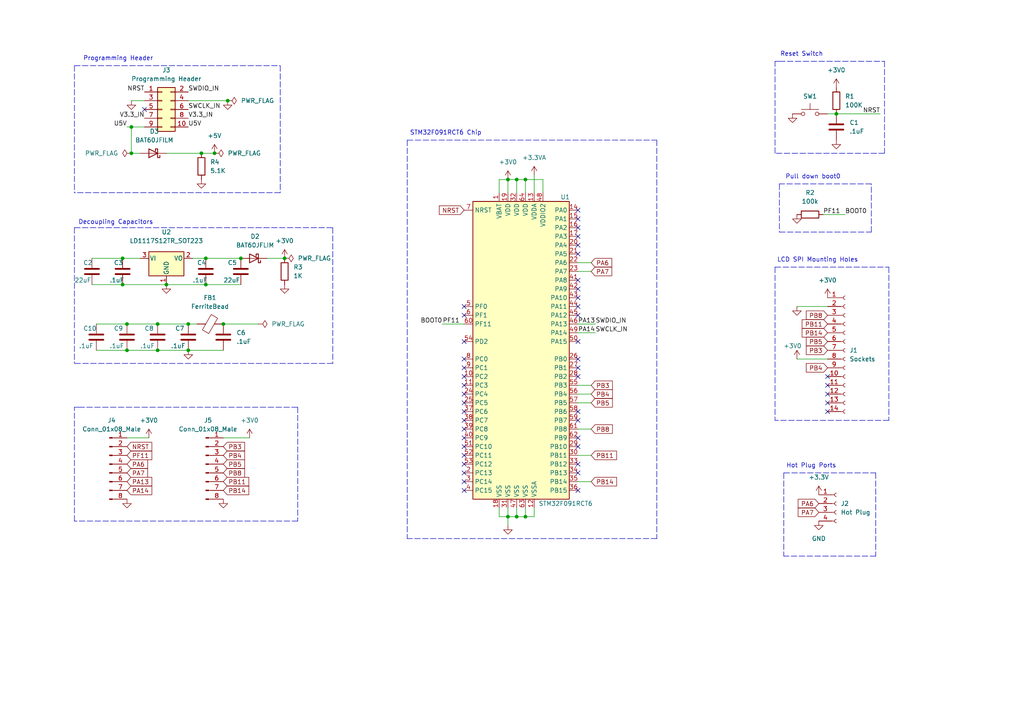
<source format=kicad_sch>
(kicad_sch (version 20211123) (generator eeschema)

  (uuid 63d543ff-e2e6-4cab-95cf-786b9dedd330)

  (paper "A4")

  (title_block
    (title "LCD SPI Module Peripheral")
    (company "NYAKB Team 3")
  )

  (lib_symbols
    (symbol "Connector:Conn_01x04_Female" (pin_names (offset 1.016) hide) (in_bom yes) (on_board yes)
      (property "Reference" "J" (id 0) (at 0 5.08 0)
        (effects (font (size 1.27 1.27)))
      )
      (property "Value" "Conn_01x04_Female" (id 1) (at 0 -7.62 0)
        (effects (font (size 1.27 1.27)))
      )
      (property "Footprint" "" (id 2) (at 0 0 0)
        (effects (font (size 1.27 1.27)) hide)
      )
      (property "Datasheet" "~" (id 3) (at 0 0 0)
        (effects (font (size 1.27 1.27)) hide)
      )
      (property "ki_keywords" "connector" (id 4) (at 0 0 0)
        (effects (font (size 1.27 1.27)) hide)
      )
      (property "ki_description" "Generic connector, single row, 01x04, script generated (kicad-library-utils/schlib/autogen/connector/)" (id 5) (at 0 0 0)
        (effects (font (size 1.27 1.27)) hide)
      )
      (property "ki_fp_filters" "Connector*:*_1x??_*" (id 6) (at 0 0 0)
        (effects (font (size 1.27 1.27)) hide)
      )
      (symbol "Conn_01x04_Female_1_1"
        (arc (start 0 -4.572) (mid -0.508 -5.08) (end 0 -5.588)
          (stroke (width 0.1524) (type default) (color 0 0 0 0))
          (fill (type none))
        )
        (arc (start 0 -2.032) (mid -0.508 -2.54) (end 0 -3.048)
          (stroke (width 0.1524) (type default) (color 0 0 0 0))
          (fill (type none))
        )
        (polyline
          (pts
            (xy -1.27 -5.08)
            (xy -0.508 -5.08)
          )
          (stroke (width 0.1524) (type default) (color 0 0 0 0))
          (fill (type none))
        )
        (polyline
          (pts
            (xy -1.27 -2.54)
            (xy -0.508 -2.54)
          )
          (stroke (width 0.1524) (type default) (color 0 0 0 0))
          (fill (type none))
        )
        (polyline
          (pts
            (xy -1.27 0)
            (xy -0.508 0)
          )
          (stroke (width 0.1524) (type default) (color 0 0 0 0))
          (fill (type none))
        )
        (polyline
          (pts
            (xy -1.27 2.54)
            (xy -0.508 2.54)
          )
          (stroke (width 0.1524) (type default) (color 0 0 0 0))
          (fill (type none))
        )
        (arc (start 0 0.508) (mid -0.508 0) (end 0 -0.508)
          (stroke (width 0.1524) (type default) (color 0 0 0 0))
          (fill (type none))
        )
        (arc (start 0 3.048) (mid -0.508 2.54) (end 0 2.032)
          (stroke (width 0.1524) (type default) (color 0 0 0 0))
          (fill (type none))
        )
        (pin passive line (at -5.08 2.54 0) (length 3.81)
          (name "Pin_1" (effects (font (size 1.27 1.27))))
          (number "1" (effects (font (size 1.27 1.27))))
        )
        (pin passive line (at -5.08 0 0) (length 3.81)
          (name "Pin_2" (effects (font (size 1.27 1.27))))
          (number "2" (effects (font (size 1.27 1.27))))
        )
        (pin passive line (at -5.08 -2.54 0) (length 3.81)
          (name "Pin_3" (effects (font (size 1.27 1.27))))
          (number "3" (effects (font (size 1.27 1.27))))
        )
        (pin passive line (at -5.08 -5.08 0) (length 3.81)
          (name "Pin_4" (effects (font (size 1.27 1.27))))
          (number "4" (effects (font (size 1.27 1.27))))
        )
      )
    )
    (symbol "Connector:Conn_01x08_Male" (pin_names (offset 1.016) hide) (in_bom yes) (on_board yes)
      (property "Reference" "J" (id 0) (at 0 10.16 0)
        (effects (font (size 1.27 1.27)))
      )
      (property "Value" "Conn_01x08_Male" (id 1) (at 0 -12.7 0)
        (effects (font (size 1.27 1.27)))
      )
      (property "Footprint" "" (id 2) (at 0 0 0)
        (effects (font (size 1.27 1.27)) hide)
      )
      (property "Datasheet" "~" (id 3) (at 0 0 0)
        (effects (font (size 1.27 1.27)) hide)
      )
      (property "ki_keywords" "connector" (id 4) (at 0 0 0)
        (effects (font (size 1.27 1.27)) hide)
      )
      (property "ki_description" "Generic connector, single row, 01x08, script generated (kicad-library-utils/schlib/autogen/connector/)" (id 5) (at 0 0 0)
        (effects (font (size 1.27 1.27)) hide)
      )
      (property "ki_fp_filters" "Connector*:*_1x??_*" (id 6) (at 0 0 0)
        (effects (font (size 1.27 1.27)) hide)
      )
      (symbol "Conn_01x08_Male_1_1"
        (polyline
          (pts
            (xy 1.27 -10.16)
            (xy 0.8636 -10.16)
          )
          (stroke (width 0.1524) (type default) (color 0 0 0 0))
          (fill (type none))
        )
        (polyline
          (pts
            (xy 1.27 -7.62)
            (xy 0.8636 -7.62)
          )
          (stroke (width 0.1524) (type default) (color 0 0 0 0))
          (fill (type none))
        )
        (polyline
          (pts
            (xy 1.27 -5.08)
            (xy 0.8636 -5.08)
          )
          (stroke (width 0.1524) (type default) (color 0 0 0 0))
          (fill (type none))
        )
        (polyline
          (pts
            (xy 1.27 -2.54)
            (xy 0.8636 -2.54)
          )
          (stroke (width 0.1524) (type default) (color 0 0 0 0))
          (fill (type none))
        )
        (polyline
          (pts
            (xy 1.27 0)
            (xy 0.8636 0)
          )
          (stroke (width 0.1524) (type default) (color 0 0 0 0))
          (fill (type none))
        )
        (polyline
          (pts
            (xy 1.27 2.54)
            (xy 0.8636 2.54)
          )
          (stroke (width 0.1524) (type default) (color 0 0 0 0))
          (fill (type none))
        )
        (polyline
          (pts
            (xy 1.27 5.08)
            (xy 0.8636 5.08)
          )
          (stroke (width 0.1524) (type default) (color 0 0 0 0))
          (fill (type none))
        )
        (polyline
          (pts
            (xy 1.27 7.62)
            (xy 0.8636 7.62)
          )
          (stroke (width 0.1524) (type default) (color 0 0 0 0))
          (fill (type none))
        )
        (rectangle (start 0.8636 -10.033) (end 0 -10.287)
          (stroke (width 0.1524) (type default) (color 0 0 0 0))
          (fill (type outline))
        )
        (rectangle (start 0.8636 -7.493) (end 0 -7.747)
          (stroke (width 0.1524) (type default) (color 0 0 0 0))
          (fill (type outline))
        )
        (rectangle (start 0.8636 -4.953) (end 0 -5.207)
          (stroke (width 0.1524) (type default) (color 0 0 0 0))
          (fill (type outline))
        )
        (rectangle (start 0.8636 -2.413) (end 0 -2.667)
          (stroke (width 0.1524) (type default) (color 0 0 0 0))
          (fill (type outline))
        )
        (rectangle (start 0.8636 0.127) (end 0 -0.127)
          (stroke (width 0.1524) (type default) (color 0 0 0 0))
          (fill (type outline))
        )
        (rectangle (start 0.8636 2.667) (end 0 2.413)
          (stroke (width 0.1524) (type default) (color 0 0 0 0))
          (fill (type outline))
        )
        (rectangle (start 0.8636 5.207) (end 0 4.953)
          (stroke (width 0.1524) (type default) (color 0 0 0 0))
          (fill (type outline))
        )
        (rectangle (start 0.8636 7.747) (end 0 7.493)
          (stroke (width 0.1524) (type default) (color 0 0 0 0))
          (fill (type outline))
        )
        (pin passive line (at 5.08 7.62 180) (length 3.81)
          (name "Pin_1" (effects (font (size 1.27 1.27))))
          (number "1" (effects (font (size 1.27 1.27))))
        )
        (pin passive line (at 5.08 5.08 180) (length 3.81)
          (name "Pin_2" (effects (font (size 1.27 1.27))))
          (number "2" (effects (font (size 1.27 1.27))))
        )
        (pin passive line (at 5.08 2.54 180) (length 3.81)
          (name "Pin_3" (effects (font (size 1.27 1.27))))
          (number "3" (effects (font (size 1.27 1.27))))
        )
        (pin passive line (at 5.08 0 180) (length 3.81)
          (name "Pin_4" (effects (font (size 1.27 1.27))))
          (number "4" (effects (font (size 1.27 1.27))))
        )
        (pin passive line (at 5.08 -2.54 180) (length 3.81)
          (name "Pin_5" (effects (font (size 1.27 1.27))))
          (number "5" (effects (font (size 1.27 1.27))))
        )
        (pin passive line (at 5.08 -5.08 180) (length 3.81)
          (name "Pin_6" (effects (font (size 1.27 1.27))))
          (number "6" (effects (font (size 1.27 1.27))))
        )
        (pin passive line (at 5.08 -7.62 180) (length 3.81)
          (name "Pin_7" (effects (font (size 1.27 1.27))))
          (number "7" (effects (font (size 1.27 1.27))))
        )
        (pin passive line (at 5.08 -10.16 180) (length 3.81)
          (name "Pin_8" (effects (font (size 1.27 1.27))))
          (number "8" (effects (font (size 1.27 1.27))))
        )
      )
    )
    (symbol "Connector:Conn_01x14_Female" (pin_names (offset 1.016) hide) (in_bom yes) (on_board yes)
      (property "Reference" "J" (id 0) (at 0 17.78 0)
        (effects (font (size 1.27 1.27)))
      )
      (property "Value" "Conn_01x14_Female" (id 1) (at 0 -20.32 0)
        (effects (font (size 1.27 1.27)))
      )
      (property "Footprint" "" (id 2) (at 0 0 0)
        (effects (font (size 1.27 1.27)) hide)
      )
      (property "Datasheet" "~" (id 3) (at 0 0 0)
        (effects (font (size 1.27 1.27)) hide)
      )
      (property "ki_keywords" "connector" (id 4) (at 0 0 0)
        (effects (font (size 1.27 1.27)) hide)
      )
      (property "ki_description" "Generic connector, single row, 01x14, script generated (kicad-library-utils/schlib/autogen/connector/)" (id 5) (at 0 0 0)
        (effects (font (size 1.27 1.27)) hide)
      )
      (property "ki_fp_filters" "Connector*:*_1x??_*" (id 6) (at 0 0 0)
        (effects (font (size 1.27 1.27)) hide)
      )
      (symbol "Conn_01x14_Female_1_1"
        (arc (start 0 -17.272) (mid -0.508 -17.78) (end 0 -18.288)
          (stroke (width 0.1524) (type default) (color 0 0 0 0))
          (fill (type none))
        )
        (arc (start 0 -14.732) (mid -0.508 -15.24) (end 0 -15.748)
          (stroke (width 0.1524) (type default) (color 0 0 0 0))
          (fill (type none))
        )
        (arc (start 0 -12.192) (mid -0.508 -12.7) (end 0 -13.208)
          (stroke (width 0.1524) (type default) (color 0 0 0 0))
          (fill (type none))
        )
        (arc (start 0 -9.652) (mid -0.508 -10.16) (end 0 -10.668)
          (stroke (width 0.1524) (type default) (color 0 0 0 0))
          (fill (type none))
        )
        (arc (start 0 -7.112) (mid -0.508 -7.62) (end 0 -8.128)
          (stroke (width 0.1524) (type default) (color 0 0 0 0))
          (fill (type none))
        )
        (arc (start 0 -4.572) (mid -0.508 -5.08) (end 0 -5.588)
          (stroke (width 0.1524) (type default) (color 0 0 0 0))
          (fill (type none))
        )
        (arc (start 0 -2.032) (mid -0.508 -2.54) (end 0 -3.048)
          (stroke (width 0.1524) (type default) (color 0 0 0 0))
          (fill (type none))
        )
        (polyline
          (pts
            (xy -1.27 -17.78)
            (xy -0.508 -17.78)
          )
          (stroke (width 0.1524) (type default) (color 0 0 0 0))
          (fill (type none))
        )
        (polyline
          (pts
            (xy -1.27 -15.24)
            (xy -0.508 -15.24)
          )
          (stroke (width 0.1524) (type default) (color 0 0 0 0))
          (fill (type none))
        )
        (polyline
          (pts
            (xy -1.27 -12.7)
            (xy -0.508 -12.7)
          )
          (stroke (width 0.1524) (type default) (color 0 0 0 0))
          (fill (type none))
        )
        (polyline
          (pts
            (xy -1.27 -10.16)
            (xy -0.508 -10.16)
          )
          (stroke (width 0.1524) (type default) (color 0 0 0 0))
          (fill (type none))
        )
        (polyline
          (pts
            (xy -1.27 -7.62)
            (xy -0.508 -7.62)
          )
          (stroke (width 0.1524) (type default) (color 0 0 0 0))
          (fill (type none))
        )
        (polyline
          (pts
            (xy -1.27 -5.08)
            (xy -0.508 -5.08)
          )
          (stroke (width 0.1524) (type default) (color 0 0 0 0))
          (fill (type none))
        )
        (polyline
          (pts
            (xy -1.27 -2.54)
            (xy -0.508 -2.54)
          )
          (stroke (width 0.1524) (type default) (color 0 0 0 0))
          (fill (type none))
        )
        (polyline
          (pts
            (xy -1.27 0)
            (xy -0.508 0)
          )
          (stroke (width 0.1524) (type default) (color 0 0 0 0))
          (fill (type none))
        )
        (polyline
          (pts
            (xy -1.27 2.54)
            (xy -0.508 2.54)
          )
          (stroke (width 0.1524) (type default) (color 0 0 0 0))
          (fill (type none))
        )
        (polyline
          (pts
            (xy -1.27 5.08)
            (xy -0.508 5.08)
          )
          (stroke (width 0.1524) (type default) (color 0 0 0 0))
          (fill (type none))
        )
        (polyline
          (pts
            (xy -1.27 7.62)
            (xy -0.508 7.62)
          )
          (stroke (width 0.1524) (type default) (color 0 0 0 0))
          (fill (type none))
        )
        (polyline
          (pts
            (xy -1.27 10.16)
            (xy -0.508 10.16)
          )
          (stroke (width 0.1524) (type default) (color 0 0 0 0))
          (fill (type none))
        )
        (polyline
          (pts
            (xy -1.27 12.7)
            (xy -0.508 12.7)
          )
          (stroke (width 0.1524) (type default) (color 0 0 0 0))
          (fill (type none))
        )
        (polyline
          (pts
            (xy -1.27 15.24)
            (xy -0.508 15.24)
          )
          (stroke (width 0.1524) (type default) (color 0 0 0 0))
          (fill (type none))
        )
        (arc (start 0 0.508) (mid -0.508 0) (end 0 -0.508)
          (stroke (width 0.1524) (type default) (color 0 0 0 0))
          (fill (type none))
        )
        (arc (start 0 3.048) (mid -0.508 2.54) (end 0 2.032)
          (stroke (width 0.1524) (type default) (color 0 0 0 0))
          (fill (type none))
        )
        (arc (start 0 5.588) (mid -0.508 5.08) (end 0 4.572)
          (stroke (width 0.1524) (type default) (color 0 0 0 0))
          (fill (type none))
        )
        (arc (start 0 8.128) (mid -0.508 7.62) (end 0 7.112)
          (stroke (width 0.1524) (type default) (color 0 0 0 0))
          (fill (type none))
        )
        (arc (start 0 10.668) (mid -0.508 10.16) (end 0 9.652)
          (stroke (width 0.1524) (type default) (color 0 0 0 0))
          (fill (type none))
        )
        (arc (start 0 13.208) (mid -0.508 12.7) (end 0 12.192)
          (stroke (width 0.1524) (type default) (color 0 0 0 0))
          (fill (type none))
        )
        (arc (start 0 15.748) (mid -0.508 15.24) (end 0 14.732)
          (stroke (width 0.1524) (type default) (color 0 0 0 0))
          (fill (type none))
        )
        (pin passive line (at -5.08 15.24 0) (length 3.81)
          (name "Pin_1" (effects (font (size 1.27 1.27))))
          (number "1" (effects (font (size 1.27 1.27))))
        )
        (pin passive line (at -5.08 -7.62 0) (length 3.81)
          (name "Pin_10" (effects (font (size 1.27 1.27))))
          (number "10" (effects (font (size 1.27 1.27))))
        )
        (pin passive line (at -5.08 -10.16 0) (length 3.81)
          (name "Pin_11" (effects (font (size 1.27 1.27))))
          (number "11" (effects (font (size 1.27 1.27))))
        )
        (pin passive line (at -5.08 -12.7 0) (length 3.81)
          (name "Pin_12" (effects (font (size 1.27 1.27))))
          (number "12" (effects (font (size 1.27 1.27))))
        )
        (pin passive line (at -5.08 -15.24 0) (length 3.81)
          (name "Pin_13" (effects (font (size 1.27 1.27))))
          (number "13" (effects (font (size 1.27 1.27))))
        )
        (pin passive line (at -5.08 -17.78 0) (length 3.81)
          (name "Pin_14" (effects (font (size 1.27 1.27))))
          (number "14" (effects (font (size 1.27 1.27))))
        )
        (pin passive line (at -5.08 12.7 0) (length 3.81)
          (name "Pin_2" (effects (font (size 1.27 1.27))))
          (number "2" (effects (font (size 1.27 1.27))))
        )
        (pin passive line (at -5.08 10.16 0) (length 3.81)
          (name "Pin_3" (effects (font (size 1.27 1.27))))
          (number "3" (effects (font (size 1.27 1.27))))
        )
        (pin passive line (at -5.08 7.62 0) (length 3.81)
          (name "Pin_4" (effects (font (size 1.27 1.27))))
          (number "4" (effects (font (size 1.27 1.27))))
        )
        (pin passive line (at -5.08 5.08 0) (length 3.81)
          (name "Pin_5" (effects (font (size 1.27 1.27))))
          (number "5" (effects (font (size 1.27 1.27))))
        )
        (pin passive line (at -5.08 2.54 0) (length 3.81)
          (name "Pin_6" (effects (font (size 1.27 1.27))))
          (number "6" (effects (font (size 1.27 1.27))))
        )
        (pin passive line (at -5.08 0 0) (length 3.81)
          (name "Pin_7" (effects (font (size 1.27 1.27))))
          (number "7" (effects (font (size 1.27 1.27))))
        )
        (pin passive line (at -5.08 -2.54 0) (length 3.81)
          (name "Pin_8" (effects (font (size 1.27 1.27))))
          (number "8" (effects (font (size 1.27 1.27))))
        )
        (pin passive line (at -5.08 -5.08 0) (length 3.81)
          (name "Pin_9" (effects (font (size 1.27 1.27))))
          (number "9" (effects (font (size 1.27 1.27))))
        )
      )
    )
    (symbol "Connector_Generic:Conn_02x05_Odd_Even" (pin_names (offset 1.016) hide) (in_bom yes) (on_board yes)
      (property "Reference" "J" (id 0) (at 1.27 7.62 0)
        (effects (font (size 1.27 1.27)))
      )
      (property "Value" "Conn_02x05_Odd_Even" (id 1) (at 1.27 -7.62 0)
        (effects (font (size 1.27 1.27)))
      )
      (property "Footprint" "" (id 2) (at 0 0 0)
        (effects (font (size 1.27 1.27)) hide)
      )
      (property "Datasheet" "~" (id 3) (at 0 0 0)
        (effects (font (size 1.27 1.27)) hide)
      )
      (property "ki_keywords" "connector" (id 4) (at 0 0 0)
        (effects (font (size 1.27 1.27)) hide)
      )
      (property "ki_description" "Generic connector, double row, 02x05, odd/even pin numbering scheme (row 1 odd numbers, row 2 even numbers), script generated (kicad-library-utils/schlib/autogen/connector/)" (id 5) (at 0 0 0)
        (effects (font (size 1.27 1.27)) hide)
      )
      (property "ki_fp_filters" "Connector*:*_2x??_*" (id 6) (at 0 0 0)
        (effects (font (size 1.27 1.27)) hide)
      )
      (symbol "Conn_02x05_Odd_Even_1_1"
        (rectangle (start -1.27 -4.953) (end 0 -5.207)
          (stroke (width 0.1524) (type default) (color 0 0 0 0))
          (fill (type none))
        )
        (rectangle (start -1.27 -2.413) (end 0 -2.667)
          (stroke (width 0.1524) (type default) (color 0 0 0 0))
          (fill (type none))
        )
        (rectangle (start -1.27 0.127) (end 0 -0.127)
          (stroke (width 0.1524) (type default) (color 0 0 0 0))
          (fill (type none))
        )
        (rectangle (start -1.27 2.667) (end 0 2.413)
          (stroke (width 0.1524) (type default) (color 0 0 0 0))
          (fill (type none))
        )
        (rectangle (start -1.27 5.207) (end 0 4.953)
          (stroke (width 0.1524) (type default) (color 0 0 0 0))
          (fill (type none))
        )
        (rectangle (start -1.27 6.35) (end 3.81 -6.35)
          (stroke (width 0.254) (type default) (color 0 0 0 0))
          (fill (type background))
        )
        (rectangle (start 3.81 -4.953) (end 2.54 -5.207)
          (stroke (width 0.1524) (type default) (color 0 0 0 0))
          (fill (type none))
        )
        (rectangle (start 3.81 -2.413) (end 2.54 -2.667)
          (stroke (width 0.1524) (type default) (color 0 0 0 0))
          (fill (type none))
        )
        (rectangle (start 3.81 0.127) (end 2.54 -0.127)
          (stroke (width 0.1524) (type default) (color 0 0 0 0))
          (fill (type none))
        )
        (rectangle (start 3.81 2.667) (end 2.54 2.413)
          (stroke (width 0.1524) (type default) (color 0 0 0 0))
          (fill (type none))
        )
        (rectangle (start 3.81 5.207) (end 2.54 4.953)
          (stroke (width 0.1524) (type default) (color 0 0 0 0))
          (fill (type none))
        )
        (pin passive line (at -5.08 5.08 0) (length 3.81)
          (name "Pin_1" (effects (font (size 1.27 1.27))))
          (number "1" (effects (font (size 1.27 1.27))))
        )
        (pin passive line (at 7.62 -5.08 180) (length 3.81)
          (name "Pin_10" (effects (font (size 1.27 1.27))))
          (number "10" (effects (font (size 1.27 1.27))))
        )
        (pin passive line (at 7.62 5.08 180) (length 3.81)
          (name "Pin_2" (effects (font (size 1.27 1.27))))
          (number "2" (effects (font (size 1.27 1.27))))
        )
        (pin passive line (at -5.08 2.54 0) (length 3.81)
          (name "Pin_3" (effects (font (size 1.27 1.27))))
          (number "3" (effects (font (size 1.27 1.27))))
        )
        (pin passive line (at 7.62 2.54 180) (length 3.81)
          (name "Pin_4" (effects (font (size 1.27 1.27))))
          (number "4" (effects (font (size 1.27 1.27))))
        )
        (pin passive line (at -5.08 0 0) (length 3.81)
          (name "Pin_5" (effects (font (size 1.27 1.27))))
          (number "5" (effects (font (size 1.27 1.27))))
        )
        (pin passive line (at 7.62 0 180) (length 3.81)
          (name "Pin_6" (effects (font (size 1.27 1.27))))
          (number "6" (effects (font (size 1.27 1.27))))
        )
        (pin passive line (at -5.08 -2.54 0) (length 3.81)
          (name "Pin_7" (effects (font (size 1.27 1.27))))
          (number "7" (effects (font (size 1.27 1.27))))
        )
        (pin passive line (at 7.62 -2.54 180) (length 3.81)
          (name "Pin_8" (effects (font (size 1.27 1.27))))
          (number "8" (effects (font (size 1.27 1.27))))
        )
        (pin passive line (at -5.08 -5.08 0) (length 3.81)
          (name "Pin_9" (effects (font (size 1.27 1.27))))
          (number "9" (effects (font (size 1.27 1.27))))
        )
      )
    )
    (symbol "Device:C" (pin_numbers hide) (pin_names (offset 0.254)) (in_bom yes) (on_board yes)
      (property "Reference" "C" (id 0) (at 0.635 2.54 0)
        (effects (font (size 1.27 1.27)) (justify left))
      )
      (property "Value" "C" (id 1) (at 0.635 -2.54 0)
        (effects (font (size 1.27 1.27)) (justify left))
      )
      (property "Footprint" "" (id 2) (at 0.9652 -3.81 0)
        (effects (font (size 1.27 1.27)) hide)
      )
      (property "Datasheet" "~" (id 3) (at 0 0 0)
        (effects (font (size 1.27 1.27)) hide)
      )
      (property "ki_keywords" "cap capacitor" (id 4) (at 0 0 0)
        (effects (font (size 1.27 1.27)) hide)
      )
      (property "ki_description" "Unpolarized capacitor" (id 5) (at 0 0 0)
        (effects (font (size 1.27 1.27)) hide)
      )
      (property "ki_fp_filters" "C_*" (id 6) (at 0 0 0)
        (effects (font (size 1.27 1.27)) hide)
      )
      (symbol "C_0_1"
        (polyline
          (pts
            (xy -2.032 -0.762)
            (xy 2.032 -0.762)
          )
          (stroke (width 0.508) (type default) (color 0 0 0 0))
          (fill (type none))
        )
        (polyline
          (pts
            (xy -2.032 0.762)
            (xy 2.032 0.762)
          )
          (stroke (width 0.508) (type default) (color 0 0 0 0))
          (fill (type none))
        )
      )
      (symbol "C_1_1"
        (pin passive line (at 0 3.81 270) (length 2.794)
          (name "~" (effects (font (size 1.27 1.27))))
          (number "1" (effects (font (size 1.27 1.27))))
        )
        (pin passive line (at 0 -3.81 90) (length 2.794)
          (name "~" (effects (font (size 1.27 1.27))))
          (number "2" (effects (font (size 1.27 1.27))))
        )
      )
    )
    (symbol "Device:FerriteBead" (pin_numbers hide) (pin_names (offset 0)) (in_bom yes) (on_board yes)
      (property "Reference" "FB" (id 0) (at -3.81 0.635 90)
        (effects (font (size 1.27 1.27)))
      )
      (property "Value" "FerriteBead" (id 1) (at 3.81 0 90)
        (effects (font (size 1.27 1.27)))
      )
      (property "Footprint" "" (id 2) (at -1.778 0 90)
        (effects (font (size 1.27 1.27)) hide)
      )
      (property "Datasheet" "~" (id 3) (at 0 0 0)
        (effects (font (size 1.27 1.27)) hide)
      )
      (property "ki_keywords" "L ferrite bead inductor filter" (id 4) (at 0 0 0)
        (effects (font (size 1.27 1.27)) hide)
      )
      (property "ki_description" "Ferrite bead" (id 5) (at 0 0 0)
        (effects (font (size 1.27 1.27)) hide)
      )
      (property "ki_fp_filters" "Inductor_* L_* *Ferrite*" (id 6) (at 0 0 0)
        (effects (font (size 1.27 1.27)) hide)
      )
      (symbol "FerriteBead_0_1"
        (polyline
          (pts
            (xy 0 -1.27)
            (xy 0 -1.2192)
          )
          (stroke (width 0) (type default) (color 0 0 0 0))
          (fill (type none))
        )
        (polyline
          (pts
            (xy 0 1.27)
            (xy 0 1.2954)
          )
          (stroke (width 0) (type default) (color 0 0 0 0))
          (fill (type none))
        )
        (polyline
          (pts
            (xy -2.7686 0.4064)
            (xy -1.7018 2.2606)
            (xy 2.7686 -0.3048)
            (xy 1.6764 -2.159)
            (xy -2.7686 0.4064)
          )
          (stroke (width 0) (type default) (color 0 0 0 0))
          (fill (type none))
        )
      )
      (symbol "FerriteBead_1_1"
        (pin passive line (at 0 3.81 270) (length 2.54)
          (name "~" (effects (font (size 1.27 1.27))))
          (number "1" (effects (font (size 1.27 1.27))))
        )
        (pin passive line (at 0 -3.81 90) (length 2.54)
          (name "~" (effects (font (size 1.27 1.27))))
          (number "2" (effects (font (size 1.27 1.27))))
        )
      )
    )
    (symbol "Device:R" (pin_numbers hide) (pin_names (offset 0)) (in_bom yes) (on_board yes)
      (property "Reference" "R" (id 0) (at 2.032 0 90)
        (effects (font (size 1.27 1.27)))
      )
      (property "Value" "R" (id 1) (at 0 0 90)
        (effects (font (size 1.27 1.27)))
      )
      (property "Footprint" "" (id 2) (at -1.778 0 90)
        (effects (font (size 1.27 1.27)) hide)
      )
      (property "Datasheet" "~" (id 3) (at 0 0 0)
        (effects (font (size 1.27 1.27)) hide)
      )
      (property "ki_keywords" "R res resistor" (id 4) (at 0 0 0)
        (effects (font (size 1.27 1.27)) hide)
      )
      (property "ki_description" "Resistor" (id 5) (at 0 0 0)
        (effects (font (size 1.27 1.27)) hide)
      )
      (property "ki_fp_filters" "R_*" (id 6) (at 0 0 0)
        (effects (font (size 1.27 1.27)) hide)
      )
      (symbol "R_0_1"
        (rectangle (start -1.016 -2.54) (end 1.016 2.54)
          (stroke (width 0.254) (type default) (color 0 0 0 0))
          (fill (type none))
        )
      )
      (symbol "R_1_1"
        (pin passive line (at 0 3.81 270) (length 1.27)
          (name "~" (effects (font (size 1.27 1.27))))
          (number "1" (effects (font (size 1.27 1.27))))
        )
        (pin passive line (at 0 -3.81 90) (length 1.27)
          (name "~" (effects (font (size 1.27 1.27))))
          (number "2" (effects (font (size 1.27 1.27))))
        )
      )
    )
    (symbol "Diode:BAT60A" (pin_numbers hide) (pin_names (offset 1.016) hide) (in_bom yes) (on_board yes)
      (property "Reference" "D" (id 0) (at 0 2.54 0)
        (effects (font (size 1.27 1.27)))
      )
      (property "Value" "BAT60A" (id 1) (at 0 -2.54 0)
        (effects (font (size 1.27 1.27)))
      )
      (property "Footprint" "Diode_SMD:D_SOD-323" (id 2) (at 0 -4.445 0)
        (effects (font (size 1.27 1.27)) hide)
      )
      (property "Datasheet" "https://www.infineon.com/dgdl/Infineon-BAT60ASERIES-DS-v01_01-en.pdf?fileId=db3a304313d846880113def70c9304a9" (id 3) (at 0 0 0)
        (effects (font (size 1.27 1.27)) hide)
      )
      (property "ki_keywords" "diode Schottky" (id 4) (at 0 0 0)
        (effects (font (size 1.27 1.27)) hide)
      )
      (property "ki_description" "10V 3A High Current Recitifier Schottky Diode, SOD-323" (id 5) (at 0 0 0)
        (effects (font (size 1.27 1.27)) hide)
      )
      (property "ki_fp_filters" "D*SOD?323*" (id 6) (at 0 0 0)
        (effects (font (size 1.27 1.27)) hide)
      )
      (symbol "BAT60A_0_1"
        (polyline
          (pts
            (xy 1.27 0)
            (xy -1.27 0)
          )
          (stroke (width 0) (type default) (color 0 0 0 0))
          (fill (type none))
        )
        (polyline
          (pts
            (xy 1.27 1.27)
            (xy 1.27 -1.27)
            (xy -1.27 0)
            (xy 1.27 1.27)
          )
          (stroke (width 0.254) (type default) (color 0 0 0 0))
          (fill (type none))
        )
        (polyline
          (pts
            (xy -1.905 0.635)
            (xy -1.905 1.27)
            (xy -1.27 1.27)
            (xy -1.27 -1.27)
            (xy -0.635 -1.27)
            (xy -0.635 -0.635)
          )
          (stroke (width 0.254) (type default) (color 0 0 0 0))
          (fill (type none))
        )
      )
      (symbol "BAT60A_1_1"
        (pin passive line (at -3.81 0 0) (length 2.54)
          (name "K" (effects (font (size 1.27 1.27))))
          (number "1" (effects (font (size 1.27 1.27))))
        )
        (pin passive line (at 3.81 0 180) (length 2.54)
          (name "A" (effects (font (size 1.27 1.27))))
          (number "2" (effects (font (size 1.27 1.27))))
        )
      )
    )
    (symbol "MCU_ST_STM32F0:STM32F091RCTx" (in_bom yes) (on_board yes)
      (property "Reference" "U" (id 0) (at -15.24 44.45 0)
        (effects (font (size 1.27 1.27)) (justify left))
      )
      (property "Value" "STM32F091RCTx" (id 1) (at 7.62 44.45 0)
        (effects (font (size 1.27 1.27)) (justify left))
      )
      (property "Footprint" "Package_QFP:LQFP-64_10x10mm_P0.5mm" (id 2) (at -15.24 -43.18 0)
        (effects (font (size 1.27 1.27)) (justify right) hide)
      )
      (property "Datasheet" "http://www.st.com/st-web-ui/static/active/en/resource/technical/document/datasheet/DM00115237.pdf" (id 3) (at 0 0 0)
        (effects (font (size 1.27 1.27)) hide)
      )
      (property "ki_keywords" "ARM Cortex-M0 STM32F0 STM32F0x1" (id 4) (at 0 0 0)
        (effects (font (size 1.27 1.27)) hide)
      )
      (property "ki_description" "ARM Cortex-M0 MCU, 256KB flash, 32KB RAM, 48MHz, 2-3.6V, 52 GPIO, LQFP-64" (id 5) (at 0 0 0)
        (effects (font (size 1.27 1.27)) hide)
      )
      (property "ki_fp_filters" "LQFP*10x10mm*P0.5mm*" (id 6) (at 0 0 0)
        (effects (font (size 1.27 1.27)) hide)
      )
      (symbol "STM32F091RCTx_0_1"
        (rectangle (start -15.24 -43.18) (end 12.7 43.18)
          (stroke (width 0.254) (type default) (color 0 0 0 0))
          (fill (type background))
        )
      )
      (symbol "STM32F091RCTx_1_1"
        (pin power_in line (at -7.62 45.72 270) (length 2.54)
          (name "VBAT" (effects (font (size 1.27 1.27))))
          (number "1" (effects (font (size 1.27 1.27))))
        )
        (pin bidirectional line (at -17.78 -7.62 0) (length 2.54)
          (name "PC2" (effects (font (size 1.27 1.27))))
          (number "10" (effects (font (size 1.27 1.27))))
        )
        (pin bidirectional line (at -17.78 -10.16 0) (length 2.54)
          (name "PC3" (effects (font (size 1.27 1.27))))
          (number "11" (effects (font (size 1.27 1.27))))
        )
        (pin power_in line (at 2.54 -45.72 90) (length 2.54)
          (name "VSSA" (effects (font (size 1.27 1.27))))
          (number "12" (effects (font (size 1.27 1.27))))
        )
        (pin power_in line (at 2.54 45.72 270) (length 2.54)
          (name "VDDA" (effects (font (size 1.27 1.27))))
          (number "13" (effects (font (size 1.27 1.27))))
        )
        (pin bidirectional line (at 15.24 40.64 180) (length 2.54)
          (name "PA0" (effects (font (size 1.27 1.27))))
          (number "14" (effects (font (size 1.27 1.27))))
        )
        (pin bidirectional line (at 15.24 38.1 180) (length 2.54)
          (name "PA1" (effects (font (size 1.27 1.27))))
          (number "15" (effects (font (size 1.27 1.27))))
        )
        (pin bidirectional line (at 15.24 35.56 180) (length 2.54)
          (name "PA2" (effects (font (size 1.27 1.27))))
          (number "16" (effects (font (size 1.27 1.27))))
        )
        (pin bidirectional line (at 15.24 33.02 180) (length 2.54)
          (name "PA3" (effects (font (size 1.27 1.27))))
          (number "17" (effects (font (size 1.27 1.27))))
        )
        (pin power_in line (at -7.62 -45.72 90) (length 2.54)
          (name "VSS" (effects (font (size 1.27 1.27))))
          (number "18" (effects (font (size 1.27 1.27))))
        )
        (pin power_in line (at -5.08 45.72 270) (length 2.54)
          (name "VDD" (effects (font (size 1.27 1.27))))
          (number "19" (effects (font (size 1.27 1.27))))
        )
        (pin bidirectional line (at -17.78 -35.56 0) (length 2.54)
          (name "PC13" (effects (font (size 1.27 1.27))))
          (number "2" (effects (font (size 1.27 1.27))))
        )
        (pin bidirectional line (at 15.24 30.48 180) (length 2.54)
          (name "PA4" (effects (font (size 1.27 1.27))))
          (number "20" (effects (font (size 1.27 1.27))))
        )
        (pin bidirectional line (at 15.24 27.94 180) (length 2.54)
          (name "PA5" (effects (font (size 1.27 1.27))))
          (number "21" (effects (font (size 1.27 1.27))))
        )
        (pin bidirectional line (at 15.24 25.4 180) (length 2.54)
          (name "PA6" (effects (font (size 1.27 1.27))))
          (number "22" (effects (font (size 1.27 1.27))))
        )
        (pin bidirectional line (at 15.24 22.86 180) (length 2.54)
          (name "PA7" (effects (font (size 1.27 1.27))))
          (number "23" (effects (font (size 1.27 1.27))))
        )
        (pin bidirectional line (at -17.78 -12.7 0) (length 2.54)
          (name "PC4" (effects (font (size 1.27 1.27))))
          (number "24" (effects (font (size 1.27 1.27))))
        )
        (pin bidirectional line (at -17.78 -15.24 0) (length 2.54)
          (name "PC5" (effects (font (size 1.27 1.27))))
          (number "25" (effects (font (size 1.27 1.27))))
        )
        (pin bidirectional line (at 15.24 -2.54 180) (length 2.54)
          (name "PB0" (effects (font (size 1.27 1.27))))
          (number "26" (effects (font (size 1.27 1.27))))
        )
        (pin bidirectional line (at 15.24 -5.08 180) (length 2.54)
          (name "PB1" (effects (font (size 1.27 1.27))))
          (number "27" (effects (font (size 1.27 1.27))))
        )
        (pin bidirectional line (at 15.24 -7.62 180) (length 2.54)
          (name "PB2" (effects (font (size 1.27 1.27))))
          (number "28" (effects (font (size 1.27 1.27))))
        )
        (pin bidirectional line (at 15.24 -27.94 180) (length 2.54)
          (name "PB10" (effects (font (size 1.27 1.27))))
          (number "29" (effects (font (size 1.27 1.27))))
        )
        (pin bidirectional line (at -17.78 -38.1 0) (length 2.54)
          (name "PC14" (effects (font (size 1.27 1.27))))
          (number "3" (effects (font (size 1.27 1.27))))
        )
        (pin bidirectional line (at 15.24 -30.48 180) (length 2.54)
          (name "PB11" (effects (font (size 1.27 1.27))))
          (number "30" (effects (font (size 1.27 1.27))))
        )
        (pin power_in line (at -5.08 -45.72 90) (length 2.54)
          (name "VSS" (effects (font (size 1.27 1.27))))
          (number "31" (effects (font (size 1.27 1.27))))
        )
        (pin power_in line (at -2.54 45.72 270) (length 2.54)
          (name "VDD" (effects (font (size 1.27 1.27))))
          (number "32" (effects (font (size 1.27 1.27))))
        )
        (pin bidirectional line (at 15.24 -33.02 180) (length 2.54)
          (name "PB12" (effects (font (size 1.27 1.27))))
          (number "33" (effects (font (size 1.27 1.27))))
        )
        (pin bidirectional line (at 15.24 -35.56 180) (length 2.54)
          (name "PB13" (effects (font (size 1.27 1.27))))
          (number "34" (effects (font (size 1.27 1.27))))
        )
        (pin bidirectional line (at 15.24 -38.1 180) (length 2.54)
          (name "PB14" (effects (font (size 1.27 1.27))))
          (number "35" (effects (font (size 1.27 1.27))))
        )
        (pin bidirectional line (at 15.24 -40.64 180) (length 2.54)
          (name "PB15" (effects (font (size 1.27 1.27))))
          (number "36" (effects (font (size 1.27 1.27))))
        )
        (pin bidirectional line (at -17.78 -17.78 0) (length 2.54)
          (name "PC6" (effects (font (size 1.27 1.27))))
          (number "37" (effects (font (size 1.27 1.27))))
        )
        (pin bidirectional line (at -17.78 -20.32 0) (length 2.54)
          (name "PC7" (effects (font (size 1.27 1.27))))
          (number "38" (effects (font (size 1.27 1.27))))
        )
        (pin bidirectional line (at -17.78 -22.86 0) (length 2.54)
          (name "PC8" (effects (font (size 1.27 1.27))))
          (number "39" (effects (font (size 1.27 1.27))))
        )
        (pin bidirectional line (at -17.78 -40.64 0) (length 2.54)
          (name "PC15" (effects (font (size 1.27 1.27))))
          (number "4" (effects (font (size 1.27 1.27))))
        )
        (pin bidirectional line (at -17.78 -25.4 0) (length 2.54)
          (name "PC9" (effects (font (size 1.27 1.27))))
          (number "40" (effects (font (size 1.27 1.27))))
        )
        (pin bidirectional line (at 15.24 20.32 180) (length 2.54)
          (name "PA8" (effects (font (size 1.27 1.27))))
          (number "41" (effects (font (size 1.27 1.27))))
        )
        (pin bidirectional line (at 15.24 17.78 180) (length 2.54)
          (name "PA9" (effects (font (size 1.27 1.27))))
          (number "42" (effects (font (size 1.27 1.27))))
        )
        (pin bidirectional line (at 15.24 15.24 180) (length 2.54)
          (name "PA10" (effects (font (size 1.27 1.27))))
          (number "43" (effects (font (size 1.27 1.27))))
        )
        (pin bidirectional line (at 15.24 12.7 180) (length 2.54)
          (name "PA11" (effects (font (size 1.27 1.27))))
          (number "44" (effects (font (size 1.27 1.27))))
        )
        (pin bidirectional line (at 15.24 10.16 180) (length 2.54)
          (name "PA12" (effects (font (size 1.27 1.27))))
          (number "45" (effects (font (size 1.27 1.27))))
        )
        (pin bidirectional line (at 15.24 7.62 180) (length 2.54)
          (name "PA13" (effects (font (size 1.27 1.27))))
          (number "46" (effects (font (size 1.27 1.27))))
        )
        (pin power_in line (at -2.54 -45.72 90) (length 2.54)
          (name "VSS" (effects (font (size 1.27 1.27))))
          (number "47" (effects (font (size 1.27 1.27))))
        )
        (pin power_in line (at 5.08 45.72 270) (length 2.54)
          (name "VDDIO2" (effects (font (size 1.27 1.27))))
          (number "48" (effects (font (size 1.27 1.27))))
        )
        (pin bidirectional line (at 15.24 5.08 180) (length 2.54)
          (name "PA14" (effects (font (size 1.27 1.27))))
          (number "49" (effects (font (size 1.27 1.27))))
        )
        (pin input line (at -17.78 12.7 0) (length 2.54)
          (name "PF0" (effects (font (size 1.27 1.27))))
          (number "5" (effects (font (size 1.27 1.27))))
        )
        (pin bidirectional line (at 15.24 2.54 180) (length 2.54)
          (name "PA15" (effects (font (size 1.27 1.27))))
          (number "50" (effects (font (size 1.27 1.27))))
        )
        (pin bidirectional line (at -17.78 -27.94 0) (length 2.54)
          (name "PC10" (effects (font (size 1.27 1.27))))
          (number "51" (effects (font (size 1.27 1.27))))
        )
        (pin bidirectional line (at -17.78 -30.48 0) (length 2.54)
          (name "PC11" (effects (font (size 1.27 1.27))))
          (number "52" (effects (font (size 1.27 1.27))))
        )
        (pin bidirectional line (at -17.78 -33.02 0) (length 2.54)
          (name "PC12" (effects (font (size 1.27 1.27))))
          (number "53" (effects (font (size 1.27 1.27))))
        )
        (pin bidirectional line (at -17.78 2.54 0) (length 2.54)
          (name "PD2" (effects (font (size 1.27 1.27))))
          (number "54" (effects (font (size 1.27 1.27))))
        )
        (pin bidirectional line (at 15.24 -10.16 180) (length 2.54)
          (name "PB3" (effects (font (size 1.27 1.27))))
          (number "55" (effects (font (size 1.27 1.27))))
        )
        (pin bidirectional line (at 15.24 -12.7 180) (length 2.54)
          (name "PB4" (effects (font (size 1.27 1.27))))
          (number "56" (effects (font (size 1.27 1.27))))
        )
        (pin bidirectional line (at 15.24 -15.24 180) (length 2.54)
          (name "PB5" (effects (font (size 1.27 1.27))))
          (number "57" (effects (font (size 1.27 1.27))))
        )
        (pin bidirectional line (at 15.24 -17.78 180) (length 2.54)
          (name "PB6" (effects (font (size 1.27 1.27))))
          (number "58" (effects (font (size 1.27 1.27))))
        )
        (pin bidirectional line (at 15.24 -20.32 180) (length 2.54)
          (name "PB7" (effects (font (size 1.27 1.27))))
          (number "59" (effects (font (size 1.27 1.27))))
        )
        (pin input line (at -17.78 10.16 0) (length 2.54)
          (name "PF1" (effects (font (size 1.27 1.27))))
          (number "6" (effects (font (size 1.27 1.27))))
        )
        (pin bidirectional line (at -17.78 7.62 0) (length 2.54)
          (name "PF11" (effects (font (size 1.27 1.27))))
          (number "60" (effects (font (size 1.27 1.27))))
        )
        (pin bidirectional line (at 15.24 -22.86 180) (length 2.54)
          (name "PB8" (effects (font (size 1.27 1.27))))
          (number "61" (effects (font (size 1.27 1.27))))
        )
        (pin bidirectional line (at 15.24 -25.4 180) (length 2.54)
          (name "PB9" (effects (font (size 1.27 1.27))))
          (number "62" (effects (font (size 1.27 1.27))))
        )
        (pin power_in line (at 0 -45.72 90) (length 2.54)
          (name "VSS" (effects (font (size 1.27 1.27))))
          (number "63" (effects (font (size 1.27 1.27))))
        )
        (pin power_in line (at 0 45.72 270) (length 2.54)
          (name "VDD" (effects (font (size 1.27 1.27))))
          (number "64" (effects (font (size 1.27 1.27))))
        )
        (pin input line (at -17.78 40.64 0) (length 2.54)
          (name "NRST" (effects (font (size 1.27 1.27))))
          (number "7" (effects (font (size 1.27 1.27))))
        )
        (pin bidirectional line (at -17.78 -2.54 0) (length 2.54)
          (name "PC0" (effects (font (size 1.27 1.27))))
          (number "8" (effects (font (size 1.27 1.27))))
        )
        (pin bidirectional line (at -17.78 -5.08 0) (length 2.54)
          (name "PC1" (effects (font (size 1.27 1.27))))
          (number "9" (effects (font (size 1.27 1.27))))
        )
      )
    )
    (symbol "Regulator_Linear:LD1117S12TR_SOT223" (pin_names (offset 0.254)) (in_bom yes) (on_board yes)
      (property "Reference" "U" (id 0) (at -3.81 3.175 0)
        (effects (font (size 1.27 1.27)))
      )
      (property "Value" "LD1117S12TR_SOT223" (id 1) (at 0 3.175 0)
        (effects (font (size 1.27 1.27)) (justify left))
      )
      (property "Footprint" "Package_TO_SOT_SMD:SOT-223-3_TabPin2" (id 2) (at 0 5.08 0)
        (effects (font (size 1.27 1.27)) hide)
      )
      (property "Datasheet" "http://www.st.com/st-web-ui/static/active/en/resource/technical/document/datasheet/CD00000544.pdf" (id 3) (at 2.54 -6.35 0)
        (effects (font (size 1.27 1.27)) hide)
      )
      (property "ki_keywords" "REGULATOR LDO 1.2V" (id 4) (at 0 0 0)
        (effects (font (size 1.27 1.27)) hide)
      )
      (property "ki_description" "800mA Fixed Low Drop Positive Voltage Regulator, Fixed Output 1.2V, SOT-223" (id 5) (at 0 0 0)
        (effects (font (size 1.27 1.27)) hide)
      )
      (property "ki_fp_filters" "SOT?223*TabPin2*" (id 6) (at 0 0 0)
        (effects (font (size 1.27 1.27)) hide)
      )
      (symbol "LD1117S12TR_SOT223_0_1"
        (rectangle (start -5.08 -5.08) (end 5.08 1.905)
          (stroke (width 0.254) (type default) (color 0 0 0 0))
          (fill (type background))
        )
      )
      (symbol "LD1117S12TR_SOT223_1_1"
        (pin power_in line (at 0 -7.62 90) (length 2.54)
          (name "GND" (effects (font (size 1.27 1.27))))
          (number "1" (effects (font (size 1.27 1.27))))
        )
        (pin power_out line (at 7.62 0 180) (length 2.54)
          (name "VO" (effects (font (size 1.27 1.27))))
          (number "2" (effects (font (size 1.27 1.27))))
        )
        (pin power_in line (at -7.62 0 0) (length 2.54)
          (name "VI" (effects (font (size 1.27 1.27))))
          (number "3" (effects (font (size 1.27 1.27))))
        )
      )
    )
    (symbol "Switch:SW_Push" (pin_numbers hide) (pin_names (offset 1.016) hide) (in_bom yes) (on_board yes)
      (property "Reference" "SW" (id 0) (at 1.27 2.54 0)
        (effects (font (size 1.27 1.27)) (justify left))
      )
      (property "Value" "SW_Push" (id 1) (at 0 -1.524 0)
        (effects (font (size 1.27 1.27)))
      )
      (property "Footprint" "" (id 2) (at 0 5.08 0)
        (effects (font (size 1.27 1.27)) hide)
      )
      (property "Datasheet" "~" (id 3) (at 0 5.08 0)
        (effects (font (size 1.27 1.27)) hide)
      )
      (property "ki_keywords" "switch normally-open pushbutton push-button" (id 4) (at 0 0 0)
        (effects (font (size 1.27 1.27)) hide)
      )
      (property "ki_description" "Push button switch, generic, two pins" (id 5) (at 0 0 0)
        (effects (font (size 1.27 1.27)) hide)
      )
      (symbol "SW_Push_0_1"
        (circle (center -2.032 0) (radius 0.508)
          (stroke (width 0) (type default) (color 0 0 0 0))
          (fill (type none))
        )
        (polyline
          (pts
            (xy 0 1.27)
            (xy 0 3.048)
          )
          (stroke (width 0) (type default) (color 0 0 0 0))
          (fill (type none))
        )
        (polyline
          (pts
            (xy 2.54 1.27)
            (xy -2.54 1.27)
          )
          (stroke (width 0) (type default) (color 0 0 0 0))
          (fill (type none))
        )
        (circle (center 2.032 0) (radius 0.508)
          (stroke (width 0) (type default) (color 0 0 0 0))
          (fill (type none))
        )
        (pin passive line (at -5.08 0 0) (length 2.54)
          (name "1" (effects (font (size 1.27 1.27))))
          (number "1" (effects (font (size 1.27 1.27))))
        )
        (pin passive line (at 5.08 0 180) (length 2.54)
          (name "2" (effects (font (size 1.27 1.27))))
          (number "2" (effects (font (size 1.27 1.27))))
        )
      )
    )
    (symbol "power:+3.3V" (power) (pin_names (offset 0)) (in_bom yes) (on_board yes)
      (property "Reference" "#PWR" (id 0) (at 0 -3.81 0)
        (effects (font (size 1.27 1.27)) hide)
      )
      (property "Value" "+3.3V" (id 1) (at 0 3.556 0)
        (effects (font (size 1.27 1.27)))
      )
      (property "Footprint" "" (id 2) (at 0 0 0)
        (effects (font (size 1.27 1.27)) hide)
      )
      (property "Datasheet" "" (id 3) (at 0 0 0)
        (effects (font (size 1.27 1.27)) hide)
      )
      (property "ki_keywords" "power-flag" (id 4) (at 0 0 0)
        (effects (font (size 1.27 1.27)) hide)
      )
      (property "ki_description" "Power symbol creates a global label with name \"+3.3V\"" (id 5) (at 0 0 0)
        (effects (font (size 1.27 1.27)) hide)
      )
      (symbol "+3.3V_0_1"
        (polyline
          (pts
            (xy -0.762 1.27)
            (xy 0 2.54)
          )
          (stroke (width 0) (type default) (color 0 0 0 0))
          (fill (type none))
        )
        (polyline
          (pts
            (xy 0 0)
            (xy 0 2.54)
          )
          (stroke (width 0) (type default) (color 0 0 0 0))
          (fill (type none))
        )
        (polyline
          (pts
            (xy 0 2.54)
            (xy 0.762 1.27)
          )
          (stroke (width 0) (type default) (color 0 0 0 0))
          (fill (type none))
        )
      )
      (symbol "+3.3V_1_1"
        (pin power_in line (at 0 0 90) (length 0) hide
          (name "+3.3V" (effects (font (size 1.27 1.27))))
          (number "1" (effects (font (size 1.27 1.27))))
        )
      )
    )
    (symbol "power:+3.3VA" (power) (pin_names (offset 0)) (in_bom yes) (on_board yes)
      (property "Reference" "#PWR" (id 0) (at 0 -3.81 0)
        (effects (font (size 1.27 1.27)) hide)
      )
      (property "Value" "+3.3VA" (id 1) (at 0 3.556 0)
        (effects (font (size 1.27 1.27)))
      )
      (property "Footprint" "" (id 2) (at 0 0 0)
        (effects (font (size 1.27 1.27)) hide)
      )
      (property "Datasheet" "" (id 3) (at 0 0 0)
        (effects (font (size 1.27 1.27)) hide)
      )
      (property "ki_keywords" "power-flag" (id 4) (at 0 0 0)
        (effects (font (size 1.27 1.27)) hide)
      )
      (property "ki_description" "Power symbol creates a global label with name \"+3.3VA\"" (id 5) (at 0 0 0)
        (effects (font (size 1.27 1.27)) hide)
      )
      (symbol "+3.3VA_0_1"
        (polyline
          (pts
            (xy -0.762 1.27)
            (xy 0 2.54)
          )
          (stroke (width 0) (type default) (color 0 0 0 0))
          (fill (type none))
        )
        (polyline
          (pts
            (xy 0 0)
            (xy 0 2.54)
          )
          (stroke (width 0) (type default) (color 0 0 0 0))
          (fill (type none))
        )
        (polyline
          (pts
            (xy 0 2.54)
            (xy 0.762 1.27)
          )
          (stroke (width 0) (type default) (color 0 0 0 0))
          (fill (type none))
        )
      )
      (symbol "+3.3VA_1_1"
        (pin power_in line (at 0 0 90) (length 0) hide
          (name "+3.3VA" (effects (font (size 1.27 1.27))))
          (number "1" (effects (font (size 1.27 1.27))))
        )
      )
    )
    (symbol "power:+3V0" (power) (pin_names (offset 0)) (in_bom yes) (on_board yes)
      (property "Reference" "#PWR" (id 0) (at 0 -3.81 0)
        (effects (font (size 1.27 1.27)) hide)
      )
      (property "Value" "+3V0" (id 1) (at 0 3.556 0)
        (effects (font (size 1.27 1.27)))
      )
      (property "Footprint" "" (id 2) (at 0 0 0)
        (effects (font (size 1.27 1.27)) hide)
      )
      (property "Datasheet" "" (id 3) (at 0 0 0)
        (effects (font (size 1.27 1.27)) hide)
      )
      (property "ki_keywords" "power-flag" (id 4) (at 0 0 0)
        (effects (font (size 1.27 1.27)) hide)
      )
      (property "ki_description" "Power symbol creates a global label with name \"+3V0\"" (id 5) (at 0 0 0)
        (effects (font (size 1.27 1.27)) hide)
      )
      (symbol "+3V0_0_1"
        (polyline
          (pts
            (xy -0.762 1.27)
            (xy 0 2.54)
          )
          (stroke (width 0) (type default) (color 0 0 0 0))
          (fill (type none))
        )
        (polyline
          (pts
            (xy 0 0)
            (xy 0 2.54)
          )
          (stroke (width 0) (type default) (color 0 0 0 0))
          (fill (type none))
        )
        (polyline
          (pts
            (xy 0 2.54)
            (xy 0.762 1.27)
          )
          (stroke (width 0) (type default) (color 0 0 0 0))
          (fill (type none))
        )
      )
      (symbol "+3V0_1_1"
        (pin power_in line (at 0 0 90) (length 0) hide
          (name "+3V0" (effects (font (size 1.27 1.27))))
          (number "1" (effects (font (size 1.27 1.27))))
        )
      )
    )
    (symbol "power:+5V" (power) (pin_names (offset 0)) (in_bom yes) (on_board yes)
      (property "Reference" "#PWR" (id 0) (at 0 -3.81 0)
        (effects (font (size 1.27 1.27)) hide)
      )
      (property "Value" "+5V" (id 1) (at 0 3.556 0)
        (effects (font (size 1.27 1.27)))
      )
      (property "Footprint" "" (id 2) (at 0 0 0)
        (effects (font (size 1.27 1.27)) hide)
      )
      (property "Datasheet" "" (id 3) (at 0 0 0)
        (effects (font (size 1.27 1.27)) hide)
      )
      (property "ki_keywords" "power-flag" (id 4) (at 0 0 0)
        (effects (font (size 1.27 1.27)) hide)
      )
      (property "ki_description" "Power symbol creates a global label with name \"+5V\"" (id 5) (at 0 0 0)
        (effects (font (size 1.27 1.27)) hide)
      )
      (symbol "+5V_0_1"
        (polyline
          (pts
            (xy -0.762 1.27)
            (xy 0 2.54)
          )
          (stroke (width 0) (type default) (color 0 0 0 0))
          (fill (type none))
        )
        (polyline
          (pts
            (xy 0 0)
            (xy 0 2.54)
          )
          (stroke (width 0) (type default) (color 0 0 0 0))
          (fill (type none))
        )
        (polyline
          (pts
            (xy 0 2.54)
            (xy 0.762 1.27)
          )
          (stroke (width 0) (type default) (color 0 0 0 0))
          (fill (type none))
        )
      )
      (symbol "+5V_1_1"
        (pin power_in line (at 0 0 90) (length 0) hide
          (name "+5V" (effects (font (size 1.27 1.27))))
          (number "1" (effects (font (size 1.27 1.27))))
        )
      )
    )
    (symbol "power:GND" (power) (pin_names (offset 0)) (in_bom yes) (on_board yes)
      (property "Reference" "#PWR" (id 0) (at 0 -6.35 0)
        (effects (font (size 1.27 1.27)) hide)
      )
      (property "Value" "GND" (id 1) (at 0 -3.81 0)
        (effects (font (size 1.27 1.27)))
      )
      (property "Footprint" "" (id 2) (at 0 0 0)
        (effects (font (size 1.27 1.27)) hide)
      )
      (property "Datasheet" "" (id 3) (at 0 0 0)
        (effects (font (size 1.27 1.27)) hide)
      )
      (property "ki_keywords" "power-flag" (id 4) (at 0 0 0)
        (effects (font (size 1.27 1.27)) hide)
      )
      (property "ki_description" "Power symbol creates a global label with name \"GND\" , ground" (id 5) (at 0 0 0)
        (effects (font (size 1.27 1.27)) hide)
      )
      (symbol "GND_0_1"
        (polyline
          (pts
            (xy 0 0)
            (xy 0 -1.27)
            (xy 1.27 -1.27)
            (xy 0 -2.54)
            (xy -1.27 -1.27)
            (xy 0 -1.27)
          )
          (stroke (width 0) (type default) (color 0 0 0 0))
          (fill (type none))
        )
      )
      (symbol "GND_1_1"
        (pin power_in line (at 0 0 270) (length 0) hide
          (name "GND" (effects (font (size 1.27 1.27))))
          (number "1" (effects (font (size 1.27 1.27))))
        )
      )
    )
    (symbol "power:PWR_FLAG" (power) (pin_numbers hide) (pin_names (offset 0) hide) (in_bom yes) (on_board yes)
      (property "Reference" "#FLG" (id 0) (at 0 1.905 0)
        (effects (font (size 1.27 1.27)) hide)
      )
      (property "Value" "PWR_FLAG" (id 1) (at 0 3.81 0)
        (effects (font (size 1.27 1.27)))
      )
      (property "Footprint" "" (id 2) (at 0 0 0)
        (effects (font (size 1.27 1.27)) hide)
      )
      (property "Datasheet" "~" (id 3) (at 0 0 0)
        (effects (font (size 1.27 1.27)) hide)
      )
      (property "ki_keywords" "power-flag" (id 4) (at 0 0 0)
        (effects (font (size 1.27 1.27)) hide)
      )
      (property "ki_description" "Special symbol for telling ERC where power comes from" (id 5) (at 0 0 0)
        (effects (font (size 1.27 1.27)) hide)
      )
      (symbol "PWR_FLAG_0_0"
        (pin power_out line (at 0 0 90) (length 0)
          (name "pwr" (effects (font (size 1.27 1.27))))
          (number "1" (effects (font (size 1.27 1.27))))
        )
      )
      (symbol "PWR_FLAG_0_1"
        (polyline
          (pts
            (xy 0 0)
            (xy 0 1.27)
            (xy -1.016 1.905)
            (xy 0 2.54)
            (xy 1.016 1.905)
            (xy 0 1.27)
          )
          (stroke (width 0) (type default) (color 0 0 0 0))
          (fill (type none))
        )
      )
    )
  )

  (junction (at 69.85 74.93) (diameter 0) (color 0 0 0 0)
    (uuid 021d16b1-6cb7-4d85-ab96-7b7573ac9b30)
  )
  (junction (at 36.83 101.6) (diameter 0) (color 0 0 0 0)
    (uuid 0ddc940b-0f26-4aac-add2-27728b2f4a6f)
  )
  (junction (at 62.23 44.45) (diameter 0) (color 0 0 0 0)
    (uuid 13257408-2f0b-49c7-acc0-45157786a36a)
  )
  (junction (at 147.32 149.86) (diameter 0) (color 0 0 0 0)
    (uuid 2c16b7e2-13fe-4e5a-8703-0c33ad0d6e8d)
  )
  (junction (at 82.55 74.93) (diameter 0) (color 0 0 0 0)
    (uuid 360e26c7-5eea-45f5-bd36-5bfb91fab901)
  )
  (junction (at 54.61 93.98) (diameter 0) (color 0 0 0 0)
    (uuid 4635411e-eccf-4955-9f42-16af157ecf2b)
  )
  (junction (at 64.77 93.98) (diameter 0) (color 0 0 0 0)
    (uuid 4854c004-0859-4218-bcab-89bb21d21a1d)
  )
  (junction (at 242.57 33.02) (diameter 0) (color 0 0 0 0)
    (uuid 4c99792b-fbc8-416b-8907-4b77e418296a)
  )
  (junction (at 152.4 52.07) (diameter 0) (color 0 0 0 0)
    (uuid 59c5a60e-323f-4696-ab93-7110e84cdd49)
  )
  (junction (at 35.56 74.93) (diameter 0) (color 0 0 0 0)
    (uuid 623952d2-df18-4a03-b589-0ab0ca31dcb3)
  )
  (junction (at 66.04 29.21) (diameter 0) (color 0 0 0 0)
    (uuid 720f7089-f655-49c3-9a2b-d35a843b775f)
  )
  (junction (at 152.4 149.86) (diameter 0) (color 0 0 0 0)
    (uuid 7f1e2809-0482-46bd-a66f-d41de192f2d8)
  )
  (junction (at 48.26 82.55) (diameter 0) (color 0 0 0 0)
    (uuid 80e6e5f1-9ae7-4211-8f47-1db57edfe825)
  )
  (junction (at 59.69 82.55) (diameter 0) (color 0 0 0 0)
    (uuid 874e5cad-2bf3-451a-8d6f-b80ee2898b8b)
  )
  (junction (at 45.72 101.6) (diameter 0) (color 0 0 0 0)
    (uuid 889ee8a5-c840-481f-8ac0-44acaf3eb972)
  )
  (junction (at 36.83 93.98) (diameter 0) (color 0 0 0 0)
    (uuid 93115518-3ce1-44ff-b0dc-68dbc38f74f8)
  )
  (junction (at 147.32 52.07) (diameter 0) (color 0 0 0 0)
    (uuid a00cc376-89de-415d-883d-14d949f197fb)
  )
  (junction (at 58.42 44.45) (diameter 0) (color 0 0 0 0)
    (uuid aa889b39-db5e-42c5-b355-cc8686ae7bf7)
  )
  (junction (at 149.86 52.07) (diameter 0) (color 0 0 0 0)
    (uuid b025011c-41d4-4625-b9ad-dee125935508)
  )
  (junction (at 54.61 101.6) (diameter 0) (color 0 0 0 0)
    (uuid b78b38ae-677c-4dd0-95d5-32e1f0d13bc6)
  )
  (junction (at 59.69 74.93) (diameter 0) (color 0 0 0 0)
    (uuid bf8ae54e-ba30-4364-b1fa-77bc0e6b0806)
  )
  (junction (at 38.1 36.83) (diameter 0) (color 0 0 0 0)
    (uuid c41ee61e-d07f-4807-a785-b3c65d33be66)
  )
  (junction (at 35.56 82.55) (diameter 0) (color 0 0 0 0)
    (uuid c50dfd5c-4305-4ed7-900b-465a68c36570)
  )
  (junction (at 149.86 149.86) (diameter 0) (color 0 0 0 0)
    (uuid d8e4de24-4d40-4103-bd98-f444aae54c36)
  )
  (junction (at 38.1 44.45) (diameter 0) (color 0 0 0 0)
    (uuid e48a07e2-28df-4809-ad80-db8bb2058eda)
  )
  (junction (at 45.72 93.98) (diameter 0) (color 0 0 0 0)
    (uuid fb217b61-e009-4e02-a00b-38ed1f0b3005)
  )

  (no_connect (at 240.03 109.22) (uuid 02ee4adf-f7cb-4987-b7d4-b0b947a8e3de))
  (no_connect (at 167.64 119.38) (uuid 211d4d9e-d793-4317-b266-2760a93147a0))
  (no_connect (at 134.62 116.84) (uuid 265275a8-9c06-4fc8-b552-4c8e27a82c2a))
  (no_connect (at 134.62 121.92) (uuid 2adbaa6b-0f76-4c4c-a0a9-020673e1aab4))
  (no_connect (at 134.62 134.62) (uuid 2b89d366-73d9-4a73-8850-a972360ae391))
  (no_connect (at 240.03 114.3) (uuid 30e8e915-ff70-4899-a8e1-c91561b824db))
  (no_connect (at 240.03 116.84) (uuid 3490e2f0-b1e5-4b75-ab70-3646e5bb0cab))
  (no_connect (at 134.62 139.7) (uuid 37318594-7db8-4b80-ab60-0b01a280178e))
  (no_connect (at 167.64 134.62) (uuid 377405b9-896e-4ad8-b3d3-41572a63cfd2))
  (no_connect (at 167.64 73.66) (uuid 3c6dba00-75d7-4b1f-830e-36942256f9d6))
  (no_connect (at 167.64 137.16) (uuid 4afb613f-e2c6-4709-b75b-362bb681cce1))
  (no_connect (at 134.62 129.54) (uuid 53352e8d-8b05-4de0-813a-2bca287d324c))
  (no_connect (at 167.64 127) (uuid 54e16687-e922-4049-b1e2-b8bdfedfd925))
  (no_connect (at 167.64 106.68) (uuid 565677a5-3f05-457d-9849-42c960f64cde))
  (no_connect (at 167.64 68.58) (uuid 5775db5e-24f3-4995-a0da-b2fa75c97942))
  (no_connect (at 167.64 109.22) (uuid 5ed7e2a0-b3cf-4550-9078-f17ee55082f1))
  (no_connect (at 167.64 71.12) (uuid 6bb4f6ad-043e-43ae-a5bc-d1a9c44a76b8))
  (no_connect (at 167.64 142.24) (uuid 6c2e4f24-6bb9-43b7-bb0b-c2c1aaf7c6cc))
  (no_connect (at 134.62 142.24) (uuid 6cab31f0-dfa7-496a-ade3-a7b76816b7e8))
  (no_connect (at 134.62 124.46) (uuid 6f7b20cf-2b35-4c4f-a5fc-ac097baf99d8))
  (no_connect (at 134.62 99.06) (uuid 703b4a5f-7747-4f48-8bc2-b0493f65a42d))
  (no_connect (at 167.64 88.9) (uuid 752cb37d-1eb1-4a09-9dad-ba2f15121859))
  (no_connect (at 167.64 83.82) (uuid 7db5f8c9-c72b-4595-ad50-f246b2c2878f))
  (no_connect (at 134.62 111.76) (uuid 7e407240-202e-4d5a-a92c-c2d6cd677487))
  (no_connect (at 41.91 31.75) (uuid 811eed96-8a74-42e2-87b6-7d95115758ab))
  (no_connect (at 167.64 99.06) (uuid 82880fc9-7992-42ae-b2ba-6ad8e00c9049))
  (no_connect (at 134.62 109.22) (uuid 863e1fb3-cdeb-4201-8e6d-30b8029b9bf1))
  (no_connect (at 167.64 121.92) (uuid 8a88cc8a-0793-4112-94ad-816a7f02f2fa))
  (no_connect (at 167.64 129.54) (uuid 8c60c6ca-4363-4396-b218-da0315bac77c))
  (no_connect (at 134.62 91.44) (uuid 8d9edfbc-cc4f-4f33-bfa6-195fa5d44727))
  (no_connect (at 240.03 111.76) (uuid 93823232-e235-4fc3-966e-e4e921ecc6cd))
  (no_connect (at 134.62 132.08) (uuid 9f516752-c578-4e16-b138-d4be07f33359))
  (no_connect (at 134.62 104.14) (uuid a1140f21-b7e5-425c-ade4-d6dbc90df42b))
  (no_connect (at 167.64 104.14) (uuid a8dd6293-796f-460a-8b3c-ebfaebc1f76d))
  (no_connect (at 134.62 137.16) (uuid abf4a2af-1ba1-42a4-8619-6ee4d075a999))
  (no_connect (at 134.62 114.3) (uuid b3b9c505-9bf3-48f6-a176-dfd2f35b3129))
  (no_connect (at 167.64 91.44) (uuid b4feea6c-1e92-4ce7-a45c-7ad1210ba15e))
  (no_connect (at 134.62 119.38) (uuid b7d3080e-668a-48cf-b9d6-dcbb7b68e21d))
  (no_connect (at 167.64 60.96) (uuid be8b365a-1765-4946-a96b-48ab64dde1d0))
  (no_connect (at 167.64 86.36) (uuid c31ef63a-6ded-4024-b258-8b306b16ed53))
  (no_connect (at 134.62 106.68) (uuid c9bee4bb-b179-45c2-9f02-ed3e3555b209))
  (no_connect (at 167.64 66.04) (uuid d14d476f-6dcd-4782-881f-0138857c0883))
  (no_connect (at 134.62 88.9) (uuid e3aa0ff3-30b6-4b11-b6ae-47a51ae650bf))
  (no_connect (at 134.62 127) (uuid e5b5fc35-6afa-4cc9-9726-a51e47b8add7))
  (no_connect (at 167.64 63.5) (uuid eab280e1-7fdf-4bb9-8535-8c26aed52051))
  (no_connect (at 240.03 119.38) (uuid f799134b-5580-44f2-b2ae-0481cf12b9de))
  (no_connect (at 167.64 81.28) (uuid fdfa4ee1-4e07-49db-9ac5-fb97024d83c3))

  (wire (pts (xy 54.61 101.6) (xy 64.77 101.6))
    (stroke (width 0) (type default) (color 0 0 0 0))
    (uuid 02ef9b9d-bd51-44c4-97c0-fe3635bab6e6)
  )
  (wire (pts (xy 38.1 36.83) (xy 38.1 44.45))
    (stroke (width 0) (type default) (color 0 0 0 0))
    (uuid 038b8104-a38e-44e2-9ee4-aa7421bade47)
  )
  (wire (pts (xy 54.61 29.21) (xy 66.04 29.21))
    (stroke (width 0) (type default) (color 0 0 0 0))
    (uuid 07c86bab-c972-4b1c-8a89-e36623add1bf)
  )
  (wire (pts (xy 144.78 52.07) (xy 144.78 55.88))
    (stroke (width 0) (type default) (color 0 0 0 0))
    (uuid 0847f1c0-df3c-49ed-9d47-0672d9b7bafe)
  )
  (wire (pts (xy 242.57 33.02) (xy 255.27 33.02))
    (stroke (width 0) (type default) (color 0 0 0 0))
    (uuid 09cfc91c-4fd0-486a-9073-884812c56a60)
  )
  (polyline (pts (xy 252.73 67.31) (xy 252.73 53.34))
    (stroke (width 0) (type default) (color 0 0 0 0))
    (uuid 0abb9cef-6d7d-4e49-9499-6695282e4763)
  )
  (polyline (pts (xy 86.36 151.13) (xy 21.59 151.13))
    (stroke (width 0) (type default) (color 0 0 0 0))
    (uuid 0ca321a9-1d3b-4ffe-8a98-6bef17f37f33)
  )

  (wire (pts (xy 149.86 149.86) (xy 149.86 147.32))
    (stroke (width 0) (type default) (color 0 0 0 0))
    (uuid 0dfc1b2a-26b1-4626-94cd-8c55df32747f)
  )
  (wire (pts (xy 54.61 93.98) (xy 57.15 93.98))
    (stroke (width 0) (type default) (color 0 0 0 0))
    (uuid 121be5c4-e127-4c3d-aa28-ee0b9f6be73c)
  )
  (wire (pts (xy 27.94 93.98) (xy 36.83 93.98))
    (stroke (width 0) (type default) (color 0 0 0 0))
    (uuid 12702bd0-ef7b-462d-b843-9dbc6757a3b5)
  )
  (wire (pts (xy 45.72 93.98) (xy 54.61 93.98))
    (stroke (width 0) (type default) (color 0 0 0 0))
    (uuid 17af3899-be34-401c-a83e-25c167381813)
  )
  (wire (pts (xy 64.77 93.98) (xy 74.93 93.98))
    (stroke (width 0) (type default) (color 0 0 0 0))
    (uuid 18fddd0e-006f-4f54-9924-40c90d74fc15)
  )
  (wire (pts (xy 171.45 114.3) (xy 167.64 114.3))
    (stroke (width 0) (type default) (color 0 0 0 0))
    (uuid 1feff26c-5b44-4856-8bd4-5d9a2858cbe2)
  )
  (polyline (pts (xy 257.81 77.47) (xy 257.81 121.92))
    (stroke (width 0) (type default) (color 0 0 0 0))
    (uuid 225f91c0-84ba-4625-bdd4-e50754511860)
  )
  (polyline (pts (xy 256.54 17.78) (xy 256.54 44.45))
    (stroke (width 0) (type default) (color 0 0 0 0))
    (uuid 27d0d24a-bbb5-4263-a21c-2d67c31f3d3d)
  )
  (polyline (pts (xy 96.52 105.41) (xy 21.59 105.41))
    (stroke (width 0) (type default) (color 0 0 0 0))
    (uuid 3150bb1e-6bda-4751-8de3-04ff91027fee)
  )
  (polyline (pts (xy 224.79 17.78) (xy 226.06 17.78))
    (stroke (width 0) (type default) (color 0 0 0 0))
    (uuid 33bfc8fd-6006-4593-a728-78d983b34bb5)
  )
  (polyline (pts (xy 190.5 156.21) (xy 118.11 156.21))
    (stroke (width 0) (type default) (color 0 0 0 0))
    (uuid 34bd6e29-8467-4cd2-a069-da0b79004dfe)
  )
  (polyline (pts (xy 227.33 137.16) (xy 227.33 161.29))
    (stroke (width 0) (type default) (color 0 0 0 0))
    (uuid 38e5fdfd-05de-4e1a-a06b-3f3a6dd41b37)
  )
  (polyline (pts (xy 21.59 118.11) (xy 22.86 118.11))
    (stroke (width 0) (type default) (color 0 0 0 0))
    (uuid 3ad1828f-8a16-44ae-90e1-8473f721aecc)
  )

  (wire (pts (xy 147.32 149.86) (xy 144.78 149.86))
    (stroke (width 0) (type default) (color 0 0 0 0))
    (uuid 41cf45a2-2c12-404b-bbab-29cb62b5afc9)
  )
  (polyline (pts (xy 21.59 19.05) (xy 21.59 55.88))
    (stroke (width 0) (type default) (color 0 0 0 0))
    (uuid 4563f926-6d91-460f-9423-330e9df355e6)
  )
  (polyline (pts (xy 257.81 121.92) (xy 224.79 121.92))
    (stroke (width 0) (type default) (color 0 0 0 0))
    (uuid 470e9784-17a1-457b-bac9-2f9629ab44fe)
  )

  (wire (pts (xy 152.4 52.07) (xy 152.4 55.88))
    (stroke (width 0) (type default) (color 0 0 0 0))
    (uuid 4c93bec5-f16d-45d0-bc4e-f1c2da40faee)
  )
  (wire (pts (xy 167.64 96.52) (xy 172.72 96.52))
    (stroke (width 0) (type default) (color 0 0 0 0))
    (uuid 4e6b6770-8682-44e3-896f-74b7cb8bdf9c)
  )
  (wire (pts (xy 36.83 127) (xy 43.18 127))
    (stroke (width 0) (type default) (color 0 0 0 0))
    (uuid 529f14c5-1428-4f10-bdb2-5c1217f2026d)
  )
  (polyline (pts (xy 81.28 55.88) (xy 21.59 55.88))
    (stroke (width 0) (type default) (color 0 0 0 0))
    (uuid 5941e72a-d714-47e6-bfeb-2b9eac4607bd)
  )

  (wire (pts (xy 147.32 149.86) (xy 147.32 152.4))
    (stroke (width 0) (type default) (color 0 0 0 0))
    (uuid 609aecd0-f5be-427f-891a-d81ab344f823)
  )
  (wire (pts (xy 27.94 101.6) (xy 36.83 101.6))
    (stroke (width 0) (type default) (color 0 0 0 0))
    (uuid 60eb66d7-8d8b-4c20-99fb-792960367eea)
  )
  (wire (pts (xy 26.67 74.93) (xy 35.56 74.93))
    (stroke (width 0) (type default) (color 0 0 0 0))
    (uuid 623c4a47-b4ac-4856-aa60-bfd994804ae6)
  )
  (wire (pts (xy 58.42 44.45) (xy 62.23 44.45))
    (stroke (width 0) (type default) (color 0 0 0 0))
    (uuid 62a43e15-67e4-4216-8bb9-34c62d2a9884)
  )
  (wire (pts (xy 38.1 29.21) (xy 41.91 29.21))
    (stroke (width 0) (type default) (color 0 0 0 0))
    (uuid 6528ee69-36ce-40e0-8247-7cd50a4ff1a3)
  )
  (wire (pts (xy 36.83 36.83) (xy 38.1 36.83))
    (stroke (width 0) (type default) (color 0 0 0 0))
    (uuid 693486aa-9162-4a54-9673-50384c074c85)
  )
  (wire (pts (xy 36.83 101.6) (xy 45.72 101.6))
    (stroke (width 0) (type default) (color 0 0 0 0))
    (uuid 6a945698-e61f-412c-ba9a-a96e2711ca34)
  )
  (wire (pts (xy 36.83 93.98) (xy 45.72 93.98))
    (stroke (width 0) (type default) (color 0 0 0 0))
    (uuid 6c46c581-32e0-4f04-abb5-d9debdcf5ac6)
  )
  (wire (pts (xy 48.26 44.45) (xy 58.42 44.45))
    (stroke (width 0) (type default) (color 0 0 0 0))
    (uuid 6c7d2bd5-e61b-4f80-8d88-65ca6e5faa5e)
  )
  (polyline (pts (xy 254 161.29) (xy 227.33 161.29))
    (stroke (width 0) (type default) (color 0 0 0 0))
    (uuid 6d5b7277-9caf-4958-9bb6-6d472952b7b3)
  )

  (wire (pts (xy 157.48 52.07) (xy 157.48 55.88))
    (stroke (width 0) (type default) (color 0 0 0 0))
    (uuid 6eab0815-7250-4b7e-9c15-bd888d7d19b8)
  )
  (wire (pts (xy 154.94 149.86) (xy 154.94 147.32))
    (stroke (width 0) (type default) (color 0 0 0 0))
    (uuid 6ed1c927-5fee-43ee-9e62-511c6cd223ab)
  )
  (wire (pts (xy 167.64 93.98) (xy 172.72 93.98))
    (stroke (width 0) (type default) (color 0 0 0 0))
    (uuid 6f70cb6f-5779-4905-8611-2c98b7daa4ef)
  )
  (wire (pts (xy 38.1 44.45) (xy 40.64 44.45))
    (stroke (width 0) (type default) (color 0 0 0 0))
    (uuid 731f2d6d-7b1d-435b-aa3a-a531528608b4)
  )
  (wire (pts (xy 128.27 93.98) (xy 134.62 93.98))
    (stroke (width 0) (type default) (color 0 0 0 0))
    (uuid 748d494a-700c-4d2e-aafd-dd92ee1029fa)
  )
  (wire (pts (xy 35.56 82.55) (xy 48.26 82.55))
    (stroke (width 0) (type default) (color 0 0 0 0))
    (uuid 7545ee61-afb8-44cb-b9e5-5ad8ffa06a16)
  )
  (polyline (pts (xy 252.73 53.34) (xy 226.06 53.34))
    (stroke (width 0) (type default) (color 0 0 0 0))
    (uuid 75dee884-ee5c-4789-b2c0-951273b0ff28)
  )

  (wire (pts (xy 240.03 33.02) (xy 242.57 33.02))
    (stroke (width 0) (type default) (color 0 0 0 0))
    (uuid 75e26f71-fcb8-4316-84ba-3913eb1a6e67)
  )
  (polyline (pts (xy 86.36 118.11) (xy 86.36 151.13))
    (stroke (width 0) (type default) (color 0 0 0 0))
    (uuid 7c5dbafa-7097-4e64-9d38-4482337add6d)
  )
  (polyline (pts (xy 96.52 66.04) (xy 96.52 105.41))
    (stroke (width 0) (type default) (color 0 0 0 0))
    (uuid 7fd0e148-cc6f-4634-999a-923297c381e7)
  )

  (wire (pts (xy 231.14 88.9) (xy 240.03 88.9))
    (stroke (width 0) (type default) (color 0 0 0 0))
    (uuid 810087d3-8fd0-4d16-b4ed-474ce23b6473)
  )
  (polyline (pts (xy 81.28 19.05) (xy 81.28 55.88))
    (stroke (width 0) (type default) (color 0 0 0 0))
    (uuid 82504f8c-579c-4020-b792-123a8d1c102d)
  )

  (wire (pts (xy 147.32 147.32) (xy 147.32 149.86))
    (stroke (width 0) (type default) (color 0 0 0 0))
    (uuid 825be136-e394-48a5-a061-68d9676542dc)
  )
  (wire (pts (xy 149.86 52.07) (xy 149.86 55.88))
    (stroke (width 0) (type default) (color 0 0 0 0))
    (uuid 843a0cba-08c3-4938-ba3d-9a2ec662c632)
  )
  (wire (pts (xy 149.86 149.86) (xy 152.4 149.86))
    (stroke (width 0) (type default) (color 0 0 0 0))
    (uuid 85c6c6ba-6c09-45d2-80ad-0aa84121ca36)
  )
  (polyline (pts (xy 254 137.16) (xy 254 161.29))
    (stroke (width 0) (type default) (color 0 0 0 0))
    (uuid 85d3c620-783d-4fe8-92b7-bebd2775834f)
  )

  (wire (pts (xy 152.4 149.86) (xy 154.94 149.86))
    (stroke (width 0) (type default) (color 0 0 0 0))
    (uuid 87235a5e-901c-4a5b-9974-6b5c9a5769e5)
  )
  (wire (pts (xy 38.1 36.83) (xy 41.91 36.83))
    (stroke (width 0) (type default) (color 0 0 0 0))
    (uuid 8729409e-3f54-4362-93b1-4aed34b33606)
  )
  (wire (pts (xy 26.67 82.55) (xy 35.56 82.55))
    (stroke (width 0) (type default) (color 0 0 0 0))
    (uuid 88b9f602-d795-4402-902f-5152d76f4107)
  )
  (wire (pts (xy 64.77 127) (xy 72.39 127))
    (stroke (width 0) (type default) (color 0 0 0 0))
    (uuid 896c9cfb-39cc-4228-b6d6-7200fac27be0)
  )
  (wire (pts (xy 238.76 62.23) (xy 245.11 62.23))
    (stroke (width 0) (type default) (color 0 0 0 0))
    (uuid 89dca693-ede2-40b9-8d8c-b0e202f644e6)
  )
  (wire (pts (xy 35.56 74.93) (xy 40.64 74.93))
    (stroke (width 0) (type default) (color 0 0 0 0))
    (uuid 8ae94ec4-8517-4261-b95c-73d6ea1836f7)
  )
  (polyline (pts (xy 224.79 77.47) (xy 257.81 77.47))
    (stroke (width 0) (type default) (color 0 0 0 0))
    (uuid 91d0ee96-9fab-4bac-b4b6-399208203470)
  )
  (polyline (pts (xy 21.59 19.05) (xy 81.28 19.05))
    (stroke (width 0) (type default) (color 0 0 0 0))
    (uuid 921cf6db-026b-442c-94f6-b8556f49ede2)
  )

  (wire (pts (xy 55.88 74.93) (xy 59.69 74.93))
    (stroke (width 0) (type default) (color 0 0 0 0))
    (uuid 980f260e-d932-437c-87d0-0c2661a0cc1e)
  )
  (polyline (pts (xy 118.11 40.64) (xy 118.11 156.21))
    (stroke (width 0) (type default) (color 0 0 0 0))
    (uuid 9d5c2d4e-d652-442d-8829-682a73e3e2e4)
  )
  (polyline (pts (xy 226.06 17.78) (xy 256.54 17.78))
    (stroke (width 0) (type default) (color 0 0 0 0))
    (uuid 9e979ce0-53d9-4550-8c63-6fd6657738ca)
  )

  (wire (pts (xy 59.69 82.55) (xy 69.85 82.55))
    (stroke (width 0) (type default) (color 0 0 0 0))
    (uuid a13a96b5-eb17-412d-b26f-18afd9ffedf3)
  )
  (wire (pts (xy 144.78 52.07) (xy 147.32 52.07))
    (stroke (width 0) (type default) (color 0 0 0 0))
    (uuid a24c2495-c6f6-492e-8ce5-eec64270d622)
  )
  (polyline (pts (xy 21.59 66.04) (xy 96.52 66.04))
    (stroke (width 0) (type default) (color 0 0 0 0))
    (uuid a4a6dc9c-fce5-4df7-9290-fa003ac4d490)
  )

  (wire (pts (xy 147.32 52.07) (xy 147.32 55.88))
    (stroke (width 0) (type default) (color 0 0 0 0))
    (uuid a8099edb-749e-444e-9747-8072cf572268)
  )
  (wire (pts (xy 147.32 52.07) (xy 149.86 52.07))
    (stroke (width 0) (type default) (color 0 0 0 0))
    (uuid af281cc9-dea1-45a0-aa2e-21d66ba4addc)
  )
  (wire (pts (xy 231.14 104.14) (xy 240.03 104.14))
    (stroke (width 0) (type default) (color 0 0 0 0))
    (uuid b4dcaee3-5880-4a95-8cf5-824d607b0ae8)
  )
  (wire (pts (xy 167.64 132.08) (xy 171.45 132.08))
    (stroke (width 0) (type default) (color 0 0 0 0))
    (uuid b53eab5c-088e-404d-b3b7-4dd5860fc890)
  )
  (polyline (pts (xy 190.5 40.64) (xy 190.5 156.21))
    (stroke (width 0) (type default) (color 0 0 0 0))
    (uuid c1858b48-3326-4a42-9557-a36015391740)
  )

  (wire (pts (xy 48.26 82.55) (xy 59.69 82.55))
    (stroke (width 0) (type default) (color 0 0 0 0))
    (uuid c287ae96-a134-4ca2-a39e-1ed08e1c88ac)
  )
  (wire (pts (xy 152.4 149.86) (xy 152.4 147.32))
    (stroke (width 0) (type default) (color 0 0 0 0))
    (uuid c514321c-b020-406d-8bba-eb0926eadb29)
  )
  (polyline (pts (xy 22.86 118.11) (xy 86.36 118.11))
    (stroke (width 0) (type default) (color 0 0 0 0))
    (uuid c53d640c-b916-41e8-b081-bc3fbfb853cb)
  )
  (polyline (pts (xy 224.79 77.47) (xy 224.79 121.92))
    (stroke (width 0) (type default) (color 0 0 0 0))
    (uuid c8d2b448-a60e-4496-a3ac-53df9428dc5e)
  )
  (polyline (pts (xy 21.59 151.13) (xy 21.59 118.11))
    (stroke (width 0) (type default) (color 0 0 0 0))
    (uuid cd3e6d77-0b96-42e7-a54e-cb8b004cf0d3)
  )

  (wire (pts (xy 152.4 52.07) (xy 157.48 52.07))
    (stroke (width 0) (type default) (color 0 0 0 0))
    (uuid cdb82b0e-93a4-4154-b04b-c183a64ae81c)
  )
  (wire (pts (xy 147.32 149.86) (xy 149.86 149.86))
    (stroke (width 0) (type default) (color 0 0 0 0))
    (uuid cea9048f-eefd-4e17-ba1a-5fad464bafc7)
  )
  (wire (pts (xy 154.94 50.8) (xy 154.94 55.88))
    (stroke (width 0) (type default) (color 0 0 0 0))
    (uuid d05ebdd1-cc82-43bf-9e25-030c784ec715)
  )
  (polyline (pts (xy 118.11 40.64) (xy 190.5 40.64))
    (stroke (width 0) (type default) (color 0 0 0 0))
    (uuid d54e292e-41a5-43f9-954f-3fd4de43fb5d)
  )

  (wire (pts (xy 167.64 116.84) (xy 171.45 116.84))
    (stroke (width 0) (type default) (color 0 0 0 0))
    (uuid d78938bc-a2de-44b6-b320-08feef22883a)
  )
  (wire (pts (xy 149.86 52.07) (xy 152.4 52.07))
    (stroke (width 0) (type default) (color 0 0 0 0))
    (uuid dba2df07-9c2d-4a3c-9580-36db6e14b345)
  )
  (wire (pts (xy 167.64 78.74) (xy 171.45 78.74))
    (stroke (width 0) (type default) (color 0 0 0 0))
    (uuid e0252cfd-332d-4272-bd2f-0879c2b2b798)
  )
  (polyline (pts (xy 256.54 44.45) (xy 224.79 44.45))
    (stroke (width 0) (type default) (color 0 0 0 0))
    (uuid e211028c-248a-47e6-97ad-0079e2120b33)
  )
  (polyline (pts (xy 226.06 53.34) (xy 226.06 67.31))
    (stroke (width 0) (type default) (color 0 0 0 0))
    (uuid e2ff9593-8c8c-4d46-848c-b510220c4791)
  )
  (polyline (pts (xy 21.59 66.04) (xy 21.59 105.41))
    (stroke (width 0) (type default) (color 0 0 0 0))
    (uuid e3362123-810a-4cbb-87ad-93710c91f65f)
  )

  (wire (pts (xy 77.47 74.93) (xy 82.55 74.93))
    (stroke (width 0) (type default) (color 0 0 0 0))
    (uuid e8b41133-801a-4b0a-9c62-f43e9f45e83b)
  )
  (wire (pts (xy 59.69 74.93) (xy 69.85 74.93))
    (stroke (width 0) (type default) (color 0 0 0 0))
    (uuid ea2cd2cc-642c-4de6-a92a-adf801a75e79)
  )
  (polyline (pts (xy 226.06 67.31) (xy 252.73 67.31))
    (stroke (width 0) (type default) (color 0 0 0 0))
    (uuid ec460946-24a6-463e-ae3f-53bef1603108)
  )

  (wire (pts (xy 167.64 76.2) (xy 171.45 76.2))
    (stroke (width 0) (type default) (color 0 0 0 0))
    (uuid f16455b0-7d9b-41d6-9ead-cdca940e3169)
  )
  (polyline (pts (xy 227.33 137.16) (xy 254 137.16))
    (stroke (width 0) (type default) (color 0 0 0 0))
    (uuid f2429f5a-a0eb-47df-9aa9-a317b548664f)
  )

  (wire (pts (xy 45.72 101.6) (xy 54.61 101.6))
    (stroke (width 0) (type default) (color 0 0 0 0))
    (uuid f5a1e09d-9e7e-4475-af42-1d7eeda46870)
  )
  (wire (pts (xy 167.64 111.76) (xy 171.45 111.76))
    (stroke (width 0) (type default) (color 0 0 0 0))
    (uuid f985d1b8-3258-4bf2-821e-672b02e5d0f1)
  )
  (wire (pts (xy 167.64 124.46) (xy 171.45 124.46))
    (stroke (width 0) (type default) (color 0 0 0 0))
    (uuid fa64d8d5-cbfc-4d92-9886-834153af9099)
  )
  (polyline (pts (xy 224.79 44.45) (xy 224.79 17.78))
    (stroke (width 0) (type default) (color 0 0 0 0))
    (uuid fa6eb2c8-5b5c-4253-b01d-4e382d45c0f1)
  )

  (wire (pts (xy 167.64 139.7) (xy 171.45 139.7))
    (stroke (width 0) (type default) (color 0 0 0 0))
    (uuid faad8bce-e09c-4388-996e-a95dd27be71a)
  )
  (wire (pts (xy 144.78 149.86) (xy 144.78 147.32))
    (stroke (width 0) (type default) (color 0 0 0 0))
    (uuid fb481bf0-0a90-4f09-b977-11e2d7f047d5)
  )

  (text "Reset Switch\n" (at 238.76 16.51 180)
    (effects (font (size 1.27 1.27)) (justify right bottom))
    (uuid 2deefdbe-28bd-4f90-99c0-7b075211a8ec)
  )
  (text "STM32F091RCT6 Chip\n" (at 139.7 39.37 180)
    (effects (font (size 1.27 1.27)) (justify right bottom))
    (uuid 31d01f59-cb6a-40c6-bb55-a071a785f0ba)
  )
  (text "Programming Header\n" (at 44.45 17.78 180)
    (effects (font (size 1.27 1.27)) (justify right bottom))
    (uuid 821ecfed-d858-4130-b66c-8fe14bc229a9)
  )
  (text "Pull down boot0\n" (at 243.84 52.07 180)
    (effects (font (size 1.27 1.27)) (justify right bottom))
    (uuid a7bc10a0-28b2-4056-b15b-259ce8153a8e)
  )
  (text "Decoupling Capacitors\n\n" (at 44.45 67.31 180)
    (effects (font (size 1.27 1.27)) (justify right bottom))
    (uuid c6f44b22-ecf9-4758-96fe-463ca7346b6a)
  )
  (text "Hot Plug Ports\n" (at 242.57 135.89 180)
    (effects (font (size 1.27 1.27)) (justify right bottom))
    (uuid cc00b321-090c-4d3c-9c88-3837f85bb550)
  )
  (text "LCD SPI Mounting Holes\n" (at 248.92 76.2 180)
    (effects (font (size 1.27 1.27)) (justify right bottom))
    (uuid db1507ad-20a5-4bb6-8a3a-7c6d7ec18fc3)
  )

  (label "V3.3_IN" (at 54.61 34.29 0)
    (effects (font (size 1.27 1.27)) (justify left bottom))
    (uuid 03a4dab7-496f-4585-b754-857a9a5c00c1)
  )
  (label "PA14" (at 167.64 96.52 0)
    (effects (font (size 1.27 1.27)) (justify left bottom))
    (uuid 0460e56a-c44b-458b-ad34-43dce5c1a8be)
  )
  (label "PA13" (at 167.64 93.98 0)
    (effects (font (size 1.27 1.27)) (justify left bottom))
    (uuid 0e34eed8-4d3d-43a8-abfb-5126170a2493)
  )
  (label "BOOT0" (at 245.11 62.23 0)
    (effects (font (size 1.27 1.27)) (justify left bottom))
    (uuid 0fde03e6-e8df-46c8-a76a-826a4bd7e35a)
  )
  (label "PF11" (at 133.35 93.98 180)
    (effects (font (size 1.27 1.27)) (justify right bottom))
    (uuid 33e468ff-86fc-41ae-a84b-cef6bf5c6b0a)
  )
  (label "SWDIO_IN" (at 54.61 26.67 0)
    (effects (font (size 1.27 1.27)) (justify left bottom))
    (uuid 3daa709b-f923-4f7a-bc39-135f290955e9)
  )
  (label "PF11" (at 238.76 62.23 0)
    (effects (font (size 1.27 1.27)) (justify left bottom))
    (uuid 46181444-3cc7-4e6b-9529-d41e71a7fe8c)
  )
  (label "NRST" (at 41.91 26.67 180)
    (effects (font (size 1.27 1.27)) (justify right bottom))
    (uuid 608a9aa2-8162-437b-9da2-f9179037e02a)
  )
  (label "BOOT0" (at 128.27 93.98 180)
    (effects (font (size 1.27 1.27)) (justify right bottom))
    (uuid 66f66714-0588-4954-865a-10971a7b5ff4)
  )
  (label "SWCLK_IN" (at 54.61 31.75 0)
    (effects (font (size 1.27 1.27)) (justify left bottom))
    (uuid 86d32c22-0811-438d-8ad0-55a4b5226467)
  )
  (label "SWDIO_IN" (at 172.72 93.98 0)
    (effects (font (size 1.27 1.27)) (justify left bottom))
    (uuid 8bc72bb3-3abd-4b50-a61c-4afc35d458df)
  )
  (label "U5V" (at 54.61 36.83 0)
    (effects (font (size 1.27 1.27)) (justify left bottom))
    (uuid 962c81cf-bbde-498b-b85c-942d38759f47)
  )
  (label "NRST" (at 255.27 33.02 180)
    (effects (font (size 1.27 1.27)) (justify right bottom))
    (uuid 9b1034bb-5dfd-464e-a9a4-ed6e1f19ad3f)
  )
  (label "V3.3_IN" (at 41.91 34.29 180)
    (effects (font (size 1.27 1.27)) (justify right bottom))
    (uuid e08ccd98-78f9-4fa2-9e21-abc79e3b2092)
  )
  (label "SWCLK_IN" (at 172.72 96.52 0)
    (effects (font (size 1.27 1.27)) (justify left bottom))
    (uuid e4d1a653-b986-4ce7-a6cf-f550d69af8ac)
  )
  (label "U5V" (at 36.83 36.83 180)
    (effects (font (size 1.27 1.27)) (justify right bottom))
    (uuid e83624b5-ca0b-4640-8c5a-5f117685fa51)
  )

  (global_label "PA6" (shape input) (at 36.83 134.62 0) (fields_autoplaced)
    (effects (font (size 1.27 1.27)) (justify left))
    (uuid 04dc5404-7af9-4811-a829-8497a75db8c7)
    (property "Intersheet References" "${INTERSHEET_REFS}" (id 0) (at 42.8112 134.5406 0)
      (effects (font (size 1.27 1.27)) (justify left) hide)
    )
  )
  (global_label "PA7" (shape input) (at 171.45 78.74 0) (fields_autoplaced)
    (effects (font (size 1.27 1.27)) (justify left))
    (uuid 07a1ec80-9b4c-42a8-b6d5-77f3c14e1fde)
    (property "Intersheet References" "${INTERSHEET_REFS}" (id 0) (at 177.4312 78.6606 0)
      (effects (font (size 1.27 1.27)) (justify left) hide)
    )
  )
  (global_label "PB8" (shape input) (at 64.77 137.16 0) (fields_autoplaced)
    (effects (font (size 1.27 1.27)) (justify left))
    (uuid 0bd2e20e-539a-43c8-b0d7-81b4f19e7d07)
    (property "Intersheet References" "${INTERSHEET_REFS}" (id 0) (at 70.9326 137.0806 0)
      (effects (font (size 1.27 1.27)) (justify left) hide)
    )
  )
  (global_label "PB3" (shape input) (at 240.03 101.6 180) (fields_autoplaced)
    (effects (font (size 1.27 1.27)) (justify right))
    (uuid 128246cc-4abe-4675-966b-2109feddb209)
    (property "Intersheet References" "${INTERSHEET_REFS}" (id 0) (at 233.8674 101.5206 0)
      (effects (font (size 1.27 1.27)) (justify right) hide)
    )
  )
  (global_label "PA6" (shape input) (at 237.49 146.05 180) (fields_autoplaced)
    (effects (font (size 1.27 1.27)) (justify right))
    (uuid 141856b4-f5fc-4444-8b61-d083d9143868)
    (property "Intersheet References" "${INTERSHEET_REFS}" (id 0) (at 231.5088 145.9706 0)
      (effects (font (size 1.27 1.27)) (justify right) hide)
    )
  )
  (global_label "PF11" (shape input) (at 36.83 132.08 0) (fields_autoplaced)
    (effects (font (size 1.27 1.27)) (justify left))
    (uuid 23d23c0c-d493-45f9-a264-a56e6ff939da)
    (property "Intersheet References" "${INTERSHEET_REFS}" (id 0) (at 44.0207 132.0006 0)
      (effects (font (size 1.27 1.27)) (justify left) hide)
    )
  )
  (global_label "PB5" (shape input) (at 240.03 99.06 180) (fields_autoplaced)
    (effects (font (size 1.27 1.27)) (justify right))
    (uuid 23de34d6-ece0-489c-ad5c-9432c6f939ea)
    (property "Intersheet References" "${INTERSHEET_REFS}" (id 0) (at 233.8674 98.9806 0)
      (effects (font (size 1.27 1.27)) (justify right) hide)
    )
  )
  (global_label "PB11" (shape input) (at 240.03 93.98 180) (fields_autoplaced)
    (effects (font (size 1.27 1.27)) (justify right))
    (uuid 26a8e275-90a5-4241-a46a-347f8293f688)
    (property "Intersheet References" "${INTERSHEET_REFS}" (id 0) (at 232.6579 93.9006 0)
      (effects (font (size 1.27 1.27)) (justify right) hide)
    )
  )
  (global_label "NRST" (shape input) (at 134.62 60.96 180) (fields_autoplaced)
    (effects (font (size 1.27 1.27)) (justify right))
    (uuid 297debc0-4d72-49c8-be78-e5ab338f8bba)
    (property "Intersheet References" "${INTERSHEET_REFS}" (id 0) (at 127.4293 61.0394 0)
      (effects (font (size 1.27 1.27)) (justify right) hide)
    )
  )
  (global_label "PB5" (shape input) (at 171.45 116.84 0) (fields_autoplaced)
    (effects (font (size 1.27 1.27)) (justify left))
    (uuid 2d285a05-0b56-413e-9add-9177f6bd4aaf)
    (property "Intersheet References" "${INTERSHEET_REFS}" (id 0) (at 177.6126 116.7606 0)
      (effects (font (size 1.27 1.27)) (justify left) hide)
    )
  )
  (global_label "PA13" (shape input) (at 36.83 139.7 0) (fields_autoplaced)
    (effects (font (size 1.27 1.27)) (justify left))
    (uuid 2e7837e6-dcfb-4caf-a030-b75313034992)
    (property "Intersheet References" "${INTERSHEET_REFS}" (id 0) (at 44.0207 139.6206 0)
      (effects (font (size 1.27 1.27)) (justify left) hide)
    )
  )
  (global_label "PB8" (shape input) (at 171.45 124.46 0) (fields_autoplaced)
    (effects (font (size 1.27 1.27)) (justify left))
    (uuid 2f816f97-0fbe-47f9-aebb-c3ed86e5e606)
    (property "Intersheet References" "${INTERSHEET_REFS}" (id 0) (at 177.6126 124.3806 0)
      (effects (font (size 1.27 1.27)) (justify left) hide)
    )
  )
  (global_label "PA6" (shape input) (at 171.45 76.2 0) (fields_autoplaced)
    (effects (font (size 1.27 1.27)) (justify left))
    (uuid 37998ffd-5a77-4c86-8743-d1ceca3b6a64)
    (property "Intersheet References" "${INTERSHEET_REFS}" (id 0) (at 177.4312 76.1206 0)
      (effects (font (size 1.27 1.27)) (justify left) hide)
    )
  )
  (global_label "PB3" (shape input) (at 171.45 111.76 0) (fields_autoplaced)
    (effects (font (size 1.27 1.27)) (justify left))
    (uuid 511b84fc-fccf-4ed4-aac6-da3e488f09b9)
    (property "Intersheet References" "${INTERSHEET_REFS}" (id 0) (at 177.6126 111.6806 0)
      (effects (font (size 1.27 1.27)) (justify left) hide)
    )
  )
  (global_label "PA14" (shape input) (at 36.83 142.24 0) (fields_autoplaced)
    (effects (font (size 1.27 1.27)) (justify left))
    (uuid 5568de32-ffb7-4ed8-9de1-4a4e1dfea3d6)
    (property "Intersheet References" "${INTERSHEET_REFS}" (id 0) (at 44.0207 142.1606 0)
      (effects (font (size 1.27 1.27)) (justify left) hide)
    )
  )
  (global_label "PB14" (shape input) (at 64.77 142.24 0) (fields_autoplaced)
    (effects (font (size 1.27 1.27)) (justify left))
    (uuid 5872cf50-e6e2-43ad-abf1-21551041abfd)
    (property "Intersheet References" "${INTERSHEET_REFS}" (id 0) (at 72.1421 142.1606 0)
      (effects (font (size 1.27 1.27)) (justify left) hide)
    )
  )
  (global_label "PB8" (shape input) (at 240.03 91.44 180) (fields_autoplaced)
    (effects (font (size 1.27 1.27)) (justify right))
    (uuid 62b33ff3-0524-4199-b1c8-c8cee6d1ff65)
    (property "Intersheet References" "${INTERSHEET_REFS}" (id 0) (at 233.8674 91.3606 0)
      (effects (font (size 1.27 1.27)) (justify right) hide)
    )
  )
  (global_label "PB4" (shape input) (at 240.03 106.68 180) (fields_autoplaced)
    (effects (font (size 1.27 1.27)) (justify right))
    (uuid 6e7fa0fb-5407-49c0-8b07-4fbc2ef85254)
    (property "Intersheet References" "${INTERSHEET_REFS}" (id 0) (at 233.8674 106.6006 0)
      (effects (font (size 1.27 1.27)) (justify right) hide)
    )
  )
  (global_label "PA7" (shape input) (at 237.49 148.59 180) (fields_autoplaced)
    (effects (font (size 1.27 1.27)) (justify right))
    (uuid 728a076b-32e2-4758-9420-8fe07f07865a)
    (property "Intersheet References" "${INTERSHEET_REFS}" (id 0) (at 231.5088 148.5106 0)
      (effects (font (size 1.27 1.27)) (justify right) hide)
    )
  )
  (global_label "PB5" (shape input) (at 64.77 134.62 0) (fields_autoplaced)
    (effects (font (size 1.27 1.27)) (justify left))
    (uuid 8d054fab-b78c-40a9-95c0-39abe9862d0a)
    (property "Intersheet References" "${INTERSHEET_REFS}" (id 0) (at 70.9326 134.5406 0)
      (effects (font (size 1.27 1.27)) (justify left) hide)
    )
  )
  (global_label "PB3" (shape input) (at 64.77 129.54 0) (fields_autoplaced)
    (effects (font (size 1.27 1.27)) (justify left))
    (uuid 91107adf-a54f-4ca1-937e-2e61982bebf7)
    (property "Intersheet References" "${INTERSHEET_REFS}" (id 0) (at 70.9326 129.4606 0)
      (effects (font (size 1.27 1.27)) (justify left) hide)
    )
  )
  (global_label "NRST" (shape input) (at 36.83 129.54 0) (fields_autoplaced)
    (effects (font (size 1.27 1.27)) (justify left))
    (uuid 93876d83-99e5-4f63-803b-2c912afba87c)
    (property "Intersheet References" "${INTERSHEET_REFS}" (id 0) (at 44.0207 129.4606 0)
      (effects (font (size 1.27 1.27)) (justify left) hide)
    )
  )
  (global_label "PB14" (shape input) (at 171.45 139.7 0) (fields_autoplaced)
    (effects (font (size 1.27 1.27)) (justify left))
    (uuid b06c4ce3-b4d7-4d98-843b-8eaaaff65496)
    (property "Intersheet References" "${INTERSHEET_REFS}" (id 0) (at 178.8221 139.6206 0)
      (effects (font (size 1.27 1.27)) (justify left) hide)
    )
  )
  (global_label "PA7" (shape input) (at 36.83 137.16 0) (fields_autoplaced)
    (effects (font (size 1.27 1.27)) (justify left))
    (uuid b5a8d5ef-3b3d-43c9-9fa1-a29a90c92d71)
    (property "Intersheet References" "${INTERSHEET_REFS}" (id 0) (at 42.8112 137.0806 0)
      (effects (font (size 1.27 1.27)) (justify left) hide)
    )
  )
  (global_label "PB11" (shape input) (at 171.45 132.08 0) (fields_autoplaced)
    (effects (font (size 1.27 1.27)) (justify left))
    (uuid cbfdc8ed-a6a7-4f41-9ae0-b8bae84a0910)
    (property "Intersheet References" "${INTERSHEET_REFS}" (id 0) (at 178.8221 132.0006 0)
      (effects (font (size 1.27 1.27)) (justify left) hide)
    )
  )
  (global_label "PB4" (shape input) (at 64.77 132.08 0) (fields_autoplaced)
    (effects (font (size 1.27 1.27)) (justify left))
    (uuid df3371c3-0b21-4d3a-b9fb-46c1106b2d22)
    (property "Intersheet References" "${INTERSHEET_REFS}" (id 0) (at 70.9326 132.0006 0)
      (effects (font (size 1.27 1.27)) (justify left) hide)
    )
  )
  (global_label "PB14" (shape input) (at 240.03 96.52 180) (fields_autoplaced)
    (effects (font (size 1.27 1.27)) (justify right))
    (uuid e8c934f9-ec03-4fab-9ca5-97bb70e6505c)
    (property "Intersheet References" "${INTERSHEET_REFS}" (id 0) (at 232.6579 96.4406 0)
      (effects (font (size 1.27 1.27)) (justify right) hide)
    )
  )
  (global_label "PB4" (shape input) (at 171.45 114.3 0) (fields_autoplaced)
    (effects (font (size 1.27 1.27)) (justify left))
    (uuid ea040e49-e8de-4912-8169-2177be5fc72a)
    (property "Intersheet References" "${INTERSHEET_REFS}" (id 0) (at 177.6126 114.2206 0)
      (effects (font (size 1.27 1.27)) (justify left) hide)
    )
  )
  (global_label "PB11" (shape input) (at 64.77 139.7 0) (fields_autoplaced)
    (effects (font (size 1.27 1.27)) (justify left))
    (uuid f0eb1d15-8547-41b5-bff8-e21e9d5efcc9)
    (property "Intersheet References" "${INTERSHEET_REFS}" (id 0) (at 72.1421 139.6206 0)
      (effects (font (size 1.27 1.27)) (justify left) hide)
    )
  )

  (symbol (lib_id "Device:C") (at 54.61 97.79 0) (unit 1)
    (in_bom yes) (on_board yes)
    (uuid 01a61439-1ddd-4676-8d95-432bae72f5c7)
    (property "Reference" "C7" (id 0) (at 50.8 95.25 0)
      (effects (font (size 1.27 1.27)) (justify left))
    )
    (property "Value" ".1uF" (id 1) (at 49.53 100.33 0)
      (effects (font (size 1.27 1.27)) (justify left))
    )
    (property "Footprint" "lib_file:.1uFC" (id 2) (at 55.5752 101.6 0)
      (effects (font (size 1.27 1.27)) hide)
    )
    (property "Datasheet" "~" (id 3) (at 54.61 97.79 0)
      (effects (font (size 1.27 1.27)) hide)
    )
    (pin "1" (uuid 4cef855c-1bf8-4c90-a044-4dee9cce9701))
    (pin "2" (uuid fe28671f-f1c4-41bd-a3c7-f1390aad0f7f))
  )

  (symbol (lib_id "power:GND") (at 231.14 88.9 0) (unit 1)
    (in_bom yes) (on_board yes) (fields_autoplaced)
    (uuid 02997aff-382f-4f77-9296-8ba48d9020ef)
    (property "Reference" "#PWR0115" (id 0) (at 231.14 95.25 0)
      (effects (font (size 1.27 1.27)) hide)
    )
    (property "Value" "GND" (id 1) (at 231.14 93.98 0)
      (effects (font (size 1.27 1.27)) hide)
    )
    (property "Footprint" "" (id 2) (at 231.14 88.9 0)
      (effects (font (size 1.27 1.27)) hide)
    )
    (property "Datasheet" "" (id 3) (at 231.14 88.9 0)
      (effects (font (size 1.27 1.27)) hide)
    )
    (pin "1" (uuid 38f7fc5d-ec15-4665-b861-859ac560060d))
  )

  (symbol (lib_id "power:PWR_FLAG") (at 66.04 29.21 270) (unit 1)
    (in_bom yes) (on_board yes) (fields_autoplaced)
    (uuid 0580c924-f621-460d-9c3b-4d283f91ad77)
    (property "Reference" "#FLG0103" (id 0) (at 67.945 29.21 0)
      (effects (font (size 1.27 1.27)) hide)
    )
    (property "Value" "PWR_FLAG" (id 1) (at 69.85 29.2099 90)
      (effects (font (size 1.27 1.27)) (justify left))
    )
    (property "Footprint" "" (id 2) (at 66.04 29.21 0)
      (effects (font (size 1.27 1.27)) hide)
    )
    (property "Datasheet" "~" (id 3) (at 66.04 29.21 0)
      (effects (font (size 1.27 1.27)) hide)
    )
    (pin "1" (uuid 22ddff23-b628-449f-9151-d7e5a2cd911a))
  )

  (symbol (lib_id "power:+3.3V") (at 237.49 143.51 0) (unit 1)
    (in_bom yes) (on_board yes) (fields_autoplaced)
    (uuid 074a7861-abd0-4f08-8396-c8f3be25f6d3)
    (property "Reference" "#PWR0102" (id 0) (at 237.49 147.32 0)
      (effects (font (size 1.27 1.27)) hide)
    )
    (property "Value" "+3.3V" (id 1) (at 237.49 138.43 0))
    (property "Footprint" "" (id 2) (at 237.49 143.51 0)
      (effects (font (size 1.27 1.27)) hide)
    )
    (property "Datasheet" "" (id 3) (at 237.49 143.51 0)
      (effects (font (size 1.27 1.27)) hide)
    )
    (pin "1" (uuid af1f909d-06d0-498f-afcf-4dd5ef8f10d7))
  )

  (symbol (lib_id "power:PWR_FLAG") (at 82.55 74.93 270) (unit 1)
    (in_bom yes) (on_board yes) (fields_autoplaced)
    (uuid 112c1da7-b27a-4c2c-8e0c-1a9775ebaabf)
    (property "Reference" "#FLG0101" (id 0) (at 84.455 74.93 0)
      (effects (font (size 1.27 1.27)) hide)
    )
    (property "Value" "PWR_FLAG" (id 1) (at 86.36 74.9299 90)
      (effects (font (size 1.27 1.27)) (justify left))
    )
    (property "Footprint" "" (id 2) (at 82.55 74.93 0)
      (effects (font (size 1.27 1.27)) hide)
    )
    (property "Datasheet" "~" (id 3) (at 82.55 74.93 0)
      (effects (font (size 1.27 1.27)) hide)
    )
    (pin "1" (uuid 257c5397-c9bc-460b-bdff-2eb963cd14a1))
  )

  (symbol (lib_id "power:+3.3VA") (at 154.94 50.8 0) (unit 1)
    (in_bom yes) (on_board yes) (fields_autoplaced)
    (uuid 141b3fd1-0e42-4a0b-bcb0-9e9234e702c6)
    (property "Reference" "#PWR0101" (id 0) (at 154.94 54.61 0)
      (effects (font (size 1.27 1.27)) hide)
    )
    (property "Value" "+3.3VA" (id 1) (at 154.94 45.72 0))
    (property "Footprint" "" (id 2) (at 154.94 50.8 0)
      (effects (font (size 1.27 1.27)) hide)
    )
    (property "Datasheet" "" (id 3) (at 154.94 50.8 0)
      (effects (font (size 1.27 1.27)) hide)
    )
    (pin "1" (uuid 2b064633-6d54-4328-ab2e-3cbaf0367c52))
  )

  (symbol (lib_id "Device:R") (at 82.55 78.74 0) (unit 1)
    (in_bom yes) (on_board yes) (fields_autoplaced)
    (uuid 1b63d79f-2851-4bcf-b622-bb66c0b5c1ae)
    (property "Reference" "R3" (id 0) (at 85.09 77.4699 0)
      (effects (font (size 1.27 1.27)) (justify left))
    )
    (property "Value" "1K" (id 1) (at 85.09 80.0099 0)
      (effects (font (size 1.27 1.27)) (justify left))
    )
    (property "Footprint" "lib_file:1kR" (id 2) (at 80.772 78.74 90)
      (effects (font (size 1.27 1.27)) hide)
    )
    (property "Datasheet" "~" (id 3) (at 82.55 78.74 0)
      (effects (font (size 1.27 1.27)) hide)
    )
    (pin "1" (uuid 46c1391c-92f4-4d0b-90d3-6404673a9471))
    (pin "2" (uuid 026e5215-e2df-4644-82e1-bbf7df081f35))
  )

  (symbol (lib_id "Device:C") (at 59.69 78.74 0) (unit 1)
    (in_bom yes) (on_board yes)
    (uuid 20614edd-2b9a-4e44-81c3-6faa4533f4df)
    (property "Reference" "C4" (id 0) (at 57.15 76.2 0)
      (effects (font (size 1.27 1.27)) (justify left))
    )
    (property "Value" ".1uF" (id 1) (at 55.88 81.28 0)
      (effects (font (size 1.27 1.27)) (justify left))
    )
    (property "Footprint" "lib_file:.1uFC" (id 2) (at 60.6552 82.55 0)
      (effects (font (size 1.27 1.27)) hide)
    )
    (property "Datasheet" "~" (id 3) (at 59.69 78.74 0)
      (effects (font (size 1.27 1.27)) hide)
    )
    (pin "1" (uuid 4549aa1b-d523-453a-8197-cb69a8dd69df))
    (pin "2" (uuid 79116471-68be-4e8e-bf30-05da66c6eb2c))
  )

  (symbol (lib_id "Device:C") (at 242.57 36.83 0) (unit 1)
    (in_bom yes) (on_board yes) (fields_autoplaced)
    (uuid 288a3ec0-122f-4360-968a-e07818d05bc7)
    (property "Reference" "C1" (id 0) (at 246.38 35.5599 0)
      (effects (font (size 1.27 1.27)) (justify left))
    )
    (property "Value" ".1uF" (id 1) (at 246.38 38.0999 0)
      (effects (font (size 1.27 1.27)) (justify left))
    )
    (property "Footprint" "lib_file:.1uFC" (id 2) (at 243.5352 40.64 0)
      (effects (font (size 1.27 1.27)) hide)
    )
    (property "Datasheet" "~" (id 3) (at 242.57 36.83 0)
      (effects (font (size 1.27 1.27)) hide)
    )
    (pin "1" (uuid 3bb0c120-64b8-4d75-96dc-25cf57285001))
    (pin "2" (uuid a602d744-34c5-4ccb-b7e1-cf0419ba3163))
  )

  (symbol (lib_id "Connector:Conn_01x08_Male") (at 59.69 134.62 0) (unit 1)
    (in_bom yes) (on_board yes) (fields_autoplaced)
    (uuid 35a419a2-ed9e-4e87-8561-3cb44ed06dd8)
    (property "Reference" "J5" (id 0) (at 60.325 121.92 0))
    (property "Value" "Conn_01x08_Male" (id 1) (at 60.325 124.46 0))
    (property "Footprint" "Connector_PinHeader_2.54mm:PinHeader_1x08_P2.54mm_Vertical" (id 2) (at 59.69 134.62 0)
      (effects (font (size 1.27 1.27)) hide)
    )
    (property "Datasheet" "~" (id 3) (at 59.69 134.62 0)
      (effects (font (size 1.27 1.27)) hide)
    )
    (pin "1" (uuid 359dfc4f-89e1-469b-b351-65e6ad20fe0e))
    (pin "2" (uuid 927c5689-5718-4963-b0ac-6de88bcd8021))
    (pin "3" (uuid a3879c66-fc77-4626-be15-9884fe9e17fa))
    (pin "4" (uuid 04077efd-c059-44fc-b823-d076af570cbe))
    (pin "5" (uuid 1d84aaee-e252-4a32-bae9-cd5f3a75293d))
    (pin "6" (uuid bcbbd8ff-962a-4ecb-9466-e46259496b88))
    (pin "7" (uuid dd322bf5-9035-43ad-8f22-61491faf0124))
    (pin "8" (uuid 80e88f9b-5e79-4940-a062-eb2be09e4cfc))
  )

  (symbol (lib_id "power:GND") (at 64.77 144.78 0) (unit 1)
    (in_bom yes) (on_board yes) (fields_autoplaced)
    (uuid 3a8a4785-2d0a-468c-bd00-f36d3ffa1099)
    (property "Reference" "#PWR0108" (id 0) (at 64.77 151.13 0)
      (effects (font (size 1.27 1.27)) hide)
    )
    (property "Value" "GND" (id 1) (at 64.77 149.86 0)
      (effects (font (size 1.27 1.27)) hide)
    )
    (property "Footprint" "" (id 2) (at 64.77 144.78 0)
      (effects (font (size 1.27 1.27)) hide)
    )
    (property "Datasheet" "" (id 3) (at 64.77 144.78 0)
      (effects (font (size 1.27 1.27)) hide)
    )
    (pin "1" (uuid d4dcfb32-ce67-4a5b-98ea-8181712fb2ae))
  )

  (symbol (lib_id "power:+3V0") (at 231.14 104.14 0) (unit 1)
    (in_bom yes) (on_board yes)
    (uuid 3f6dec9d-f68b-466a-84be-1fbdc434216a)
    (property "Reference" "#PWR0111" (id 0) (at 231.14 107.95 0)
      (effects (font (size 1.27 1.27)) hide)
    )
    (property "Value" "+3V0" (id 1) (at 229.87 100.33 0))
    (property "Footprint" "" (id 2) (at 231.14 104.14 0)
      (effects (font (size 1.27 1.27)) hide)
    )
    (property "Datasheet" "" (id 3) (at 231.14 104.14 0)
      (effects (font (size 1.27 1.27)) hide)
    )
    (pin "1" (uuid 5a7fe240-e24a-44ec-9b95-ba4ee214e7a4))
  )

  (symbol (lib_id "power:GND") (at 48.26 82.55 0) (unit 1)
    (in_bom yes) (on_board yes) (fields_autoplaced)
    (uuid 42ad13bd-e432-4753-a4fc-ca5f9441030b)
    (property "Reference" "#PWR0106" (id 0) (at 48.26 88.9 0)
      (effects (font (size 1.27 1.27)) hide)
    )
    (property "Value" "GND" (id 1) (at 48.26 87.63 0)
      (effects (font (size 1.27 1.27)) hide)
    )
    (property "Footprint" "" (id 2) (at 48.26 82.55 0)
      (effects (font (size 1.27 1.27)) hide)
    )
    (property "Datasheet" "" (id 3) (at 48.26 82.55 0)
      (effects (font (size 1.27 1.27)) hide)
    )
    (pin "1" (uuid 9333561f-fa93-458d-87d5-cc0a58e80ae7))
  )

  (symbol (lib_id "power:GND") (at 58.42 52.07 0) (unit 1)
    (in_bom yes) (on_board yes) (fields_autoplaced)
    (uuid 479478a4-8e10-4ade-acf7-61774dc1945a)
    (property "Reference" "#PWR0120" (id 0) (at 58.42 58.42 0)
      (effects (font (size 1.27 1.27)) hide)
    )
    (property "Value" "GND" (id 1) (at 58.42 57.15 0)
      (effects (font (size 1.27 1.27)) hide)
    )
    (property "Footprint" "" (id 2) (at 58.42 52.07 0)
      (effects (font (size 1.27 1.27)) hide)
    )
    (property "Datasheet" "" (id 3) (at 58.42 52.07 0)
      (effects (font (size 1.27 1.27)) hide)
    )
    (pin "1" (uuid 06741a1a-b3a3-4075-94aa-0a2697e43fbc))
  )

  (symbol (lib_id "Device:C") (at 36.83 97.79 0) (unit 1)
    (in_bom yes) (on_board yes)
    (uuid 4a6837d3-88a4-46c0-ac0e-dfb25ece64d7)
    (property "Reference" "C9" (id 0) (at 33.02 95.25 0)
      (effects (font (size 1.27 1.27)) (justify left))
    )
    (property "Value" ".1uF" (id 1) (at 31.75 100.33 0)
      (effects (font (size 1.27 1.27)) (justify left))
    )
    (property "Footprint" "lib_file:.1uFC" (id 2) (at 37.7952 101.6 0)
      (effects (font (size 1.27 1.27)) hide)
    )
    (property "Datasheet" "~" (id 3) (at 36.83 97.79 0)
      (effects (font (size 1.27 1.27)) hide)
    )
    (pin "1" (uuid 61c125ee-f4d3-4f2c-a378-19e4da22a388))
    (pin "2" (uuid eb128e54-bbe8-482f-b51c-5e079d46744c))
  )

  (symbol (lib_id "power:PWR_FLAG") (at 38.1 44.45 90) (unit 1)
    (in_bom yes) (on_board yes) (fields_autoplaced)
    (uuid 4facf3f6-ac75-4dd5-8ca2-165727abac19)
    (property "Reference" "#FLG0105" (id 0) (at 36.195 44.45 0)
      (effects (font (size 1.27 1.27)) hide)
    )
    (property "Value" "PWR_FLAG" (id 1) (at 34.29 44.4499 90)
      (effects (font (size 1.27 1.27)) (justify left))
    )
    (property "Footprint" "" (id 2) (at 38.1 44.45 0)
      (effects (font (size 1.27 1.27)) hide)
    )
    (property "Datasheet" "~" (id 3) (at 38.1 44.45 0)
      (effects (font (size 1.27 1.27)) hide)
    )
    (pin "1" (uuid 41eff960-cc10-4953-a024-53068303992e))
  )

  (symbol (lib_id "Device:C") (at 69.85 78.74 0) (unit 1)
    (in_bom yes) (on_board yes)
    (uuid 539f87f9-cf10-45cd-a5d1-7d1a9d2a2b8f)
    (property "Reference" "C5" (id 0) (at 66.04 76.2 0)
      (effects (font (size 1.27 1.27)) (justify left))
    )
    (property "Value" "22uF" (id 1) (at 64.77 81.28 0)
      (effects (font (size 1.27 1.27)) (justify left))
    )
    (property "Footprint" "lib_file:22uFC" (id 2) (at 70.8152 82.55 0)
      (effects (font (size 1.27 1.27)) hide)
    )
    (property "Datasheet" "~" (id 3) (at 69.85 78.74 0)
      (effects (font (size 1.27 1.27)) hide)
    )
    (pin "1" (uuid 5268071d-8a43-4029-ae91-93c05985c1e3))
    (pin "2" (uuid 78c53b0e-934c-487f-acab-0e9e95313d0a))
  )

  (symbol (lib_id "power:PWR_FLAG") (at 62.23 44.45 270) (unit 1)
    (in_bom yes) (on_board yes) (fields_autoplaced)
    (uuid 54d46ee4-4a96-43d4-ade9-7f5e38da7916)
    (property "Reference" "#FLG0104" (id 0) (at 64.135 44.45 0)
      (effects (font (size 1.27 1.27)) hide)
    )
    (property "Value" "PWR_FLAG" (id 1) (at 66.04 44.4499 90)
      (effects (font (size 1.27 1.27)) (justify left))
    )
    (property "Footprint" "" (id 2) (at 62.23 44.45 0)
      (effects (font (size 1.27 1.27)) hide)
    )
    (property "Datasheet" "~" (id 3) (at 62.23 44.45 0)
      (effects (font (size 1.27 1.27)) hide)
    )
    (pin "1" (uuid 4fea3fb1-0786-4377-94f2-4acd5c7ce93f))
  )

  (symbol (lib_id "Device:C") (at 64.77 97.79 0) (unit 1)
    (in_bom yes) (on_board yes) (fields_autoplaced)
    (uuid 5a769286-a8c8-4ba6-bd0a-7d58c48ddf5f)
    (property "Reference" "C6" (id 0) (at 68.58 96.5199 0)
      (effects (font (size 1.27 1.27)) (justify left))
    )
    (property "Value" ".1uF" (id 1) (at 68.58 99.0599 0)
      (effects (font (size 1.27 1.27)) (justify left))
    )
    (property "Footprint" "lib_file:.1uFC" (id 2) (at 65.7352 101.6 0)
      (effects (font (size 1.27 1.27)) hide)
    )
    (property "Datasheet" "~" (id 3) (at 64.77 97.79 0)
      (effects (font (size 1.27 1.27)) hide)
    )
    (pin "1" (uuid 6dad5c10-762f-41e1-bfc8-7eb11731829c))
    (pin "2" (uuid dffb4493-9500-4578-8582-4b57fec2e41f))
  )

  (symbol (lib_id "Device:C") (at 35.56 78.74 0) (unit 1)
    (in_bom yes) (on_board yes)
    (uuid 5da5ad4e-2433-4ba1-8c71-f4c200e15d6f)
    (property "Reference" "C3" (id 0) (at 33.02 76.2 0)
      (effects (font (size 1.27 1.27)) (justify left))
    )
    (property "Value" ".1uF" (id 1) (at 31.75 81.28 0)
      (effects (font (size 1.27 1.27)) (justify left))
    )
    (property "Footprint" "lib_file:.1uFC" (id 2) (at 36.5252 82.55 0)
      (effects (font (size 1.27 1.27)) hide)
    )
    (property "Datasheet" "~" (id 3) (at 35.56 78.74 0)
      (effects (font (size 1.27 1.27)) hide)
    )
    (pin "1" (uuid bb6abde0-2ea9-4b86-bd9a-810fbfa9a09b))
    (pin "2" (uuid 82fc8071-dcf9-4ca4-84fd-cc5bb1c2db82))
  )

  (symbol (lib_id "MCU_ST_STM32F0:STM32F091RCTx") (at 152.4 101.6 0) (unit 1)
    (in_bom yes) (on_board yes)
    (uuid 62db0292-e35d-446a-acf5-25a3fa9ca23f)
    (property "Reference" "U1" (id 0) (at 162.56 57.15 0)
      (effects (font (size 1.27 1.27)) (justify left))
    )
    (property "Value" "STM32F091RCT6" (id 1) (at 156.21 146.05 0)
      (effects (font (size 1.27 1.27)) (justify left))
    )
    (property "Footprint" "lib_file:STM32F091" (id 2) (at 137.16 144.78 0)
      (effects (font (size 1.27 1.27)) (justify right) hide)
    )
    (property "Datasheet" "http://www.st.com/st-web-ui/static/active/en/resource/technical/document/datasheet/DM00115237.pdf" (id 3) (at 152.4 101.6 0)
      (effects (font (size 1.27 1.27)) hide)
    )
    (pin "1" (uuid 39080c1a-26e2-4f50-8a38-4f67a34ae5a2))
    (pin "10" (uuid 99c2e977-a3df-4a86-9973-67cec7ab13f8))
    (pin "11" (uuid d57be036-68c5-4060-9a01-7e5466204de7))
    (pin "12" (uuid 047a734a-8ec6-419e-b3d9-b3ce9d14c500))
    (pin "13" (uuid 8268d7f9-da3e-4ded-ac45-0ef57ec84228))
    (pin "14" (uuid 1c501c70-8a7a-4040-9008-3da075574ee0))
    (pin "15" (uuid 939c4697-adec-43eb-9dfd-62f190013595))
    (pin "16" (uuid 3f2fe9a7-1db8-4217-bd3f-e7ef11dc679d))
    (pin "17" (uuid 92c5dd5a-00da-4885-ae64-2960886d292d))
    (pin "18" (uuid 26326642-cf47-44de-8d45-a68c88cc1455))
    (pin "19" (uuid e78b1586-b3d5-46ba-a2ad-8da2228ded68))
    (pin "2" (uuid 07062bb9-2cd7-4d92-b41d-aa61216344b9))
    (pin "20" (uuid a66ea0bd-4d9a-42bb-9163-e1c9bb57249d))
    (pin "21" (uuid d974b28b-1302-4c9e-ab1f-af707a6d47d2))
    (pin "22" (uuid 267f75c5-139b-41db-a409-e2c7031b7601))
    (pin "23" (uuid f20a771b-c74d-4d54-a4c4-5999bf384416))
    (pin "24" (uuid 16a7872f-5078-48ef-bf61-d8027879792e))
    (pin "25" (uuid ed30c313-fab0-451b-a930-10c30b8ba63c))
    (pin "26" (uuid 33058868-4845-4a27-82f2-78745dc81a67))
    (pin "27" (uuid d5e57ce8-c544-45a7-b9db-77f010b51034))
    (pin "28" (uuid b0620a50-31db-40ca-b0e1-44315ba844ee))
    (pin "29" (uuid ae966c04-9df2-4b4f-8c91-56f9390b0c12))
    (pin "3" (uuid 0fbe70c8-d487-43e5-97d0-5b9d08971215))
    (pin "30" (uuid c4eb2106-2b0b-4856-a188-e118802627db))
    (pin "31" (uuid 8ac1fe11-1712-4cd0-bcaf-9886b81c7597))
    (pin "32" (uuid 7f5bdb90-9f74-4b26-b774-bd9777135cfa))
    (pin "33" (uuid 5b70a58b-b18a-4552-b861-c8fd37965850))
    (pin "34" (uuid 601bf69c-7145-4b10-b8ad-1e612f31d103))
    (pin "35" (uuid 7fa54705-1f94-4e79-af93-3693b555c729))
    (pin "36" (uuid a2a7a282-0524-4589-981e-36985906ea26))
    (pin "37" (uuid 08b1c0e8-27ce-4a7d-98e6-32572a3a46be))
    (pin "38" (uuid 8db5c286-484c-4791-a38b-875ffbeb9fe0))
    (pin "39" (uuid d04ca5a1-e69c-429b-808a-3928f621736d))
    (pin "4" (uuid 10bacceb-dc4f-426e-a907-b1695a5a3813))
    (pin "40" (uuid 9ebcae47-e607-411f-981a-c7fdc3de2f3c))
    (pin "41" (uuid a0ece360-9fc3-4020-a9ba-14ee6ae1d64b))
    (pin "42" (uuid bd3a38b2-9a03-4fc8-a6bd-67381d8801e9))
    (pin "43" (uuid d28d175c-c937-47de-9380-292bdc6a7015))
    (pin "44" (uuid eac666db-2ae5-4b6b-ac2c-a143ce0dc2d3))
    (pin "45" (uuid 4d427fb3-eb8f-45a2-b329-d593ca5e183f))
    (pin "46" (uuid 98f1cf24-b1f6-465b-970b-5e70c3a5106e))
    (pin "47" (uuid a20d4073-e961-4e00-9892-c9c627a2ca43))
    (pin "48" (uuid a61c3cf2-e854-4a85-b691-1513b177373b))
    (pin "49" (uuid 920d09b1-2cfe-44dc-8f2f-e3e336292cb7))
    (pin "5" (uuid e368a4ff-3055-47d4-b151-8dc521326edd))
    (pin "50" (uuid 08d78d04-afb3-49c4-8768-764410c6a15a))
    (pin "51" (uuid 92450838-c3a0-436f-90ef-f305a5c78bf5))
    (pin "52" (uuid 67713a0c-9bde-4832-bfcd-af2b8ac23d8b))
    (pin "53" (uuid 5f57f7dc-dd02-4c52-b8ca-47f8d006e731))
    (pin "54" (uuid d8038dc9-173c-4c27-9896-45fa906f4514))
    (pin "55" (uuid b68d9d1d-6b66-4b15-aaab-54ad0e143280))
    (pin "56" (uuid 920d0589-7356-4cc9-8ca7-6ea5f244d1c9))
    (pin "57" (uuid aff740a0-39f6-4c35-87cb-db149e6f23a5))
    (pin "58" (uuid 3d15275f-b70d-48a5-b505-d4a10b9dce2e))
    (pin "59" (uuid 3cf97d33-e495-4780-82aa-0a3cb537a10d))
    (pin "6" (uuid d580d7be-d504-446e-89fc-b6dd5138a518))
    (pin "60" (uuid 01589d37-0ae4-463f-b482-317f1368c8ff))
    (pin "61" (uuid 464d829d-8380-4210-82f5-7502a8175300))
    (pin "62" (uuid 1040febc-fb25-47a5-87cd-0b179d2f1ec4))
    (pin "63" (uuid 9b95a99e-0c9c-4041-a48b-cbfe01655842))
    (pin "64" (uuid 97e5a9ee-7149-40e9-aed2-1090ce3f7603))
    (pin "7" (uuid 7eff2c9c-6f75-4468-8cef-6f68ac3cb28e))
    (pin "8" (uuid 5ea4d3df-836c-4667-9e38-cd46cf68de8f))
    (pin "9" (uuid 214742ef-1d5a-431a-924c-4fdce5b95539))
  )

  (symbol (lib_id "Connector_Generic:Conn_02x05_Odd_Even") (at 46.99 31.75 0) (unit 1)
    (in_bom yes) (on_board yes) (fields_autoplaced)
    (uuid 648da454-cb45-4d2e-a08a-a8b697cebc04)
    (property "Reference" "J3" (id 0) (at 48.26 20.32 0))
    (property "Value" "Programming Header" (id 1) (at 48.26 22.86 0))
    (property "Footprint" "lib_file:programming header" (id 2) (at 46.99 31.75 0)
      (effects (font (size 1.27 1.27)) hide)
    )
    (property "Datasheet" "~" (id 3) (at 46.99 31.75 0)
      (effects (font (size 1.27 1.27)) hide)
    )
    (pin "1" (uuid cd82e239-3685-49e0-8990-dfdd42c1487d))
    (pin "10" (uuid 39c526f2-9236-40f8-8a88-73a02db576ad))
    (pin "2" (uuid 74704325-dab2-49a1-9a59-b06b77a33188))
    (pin "3" (uuid d75c098a-55f9-4915-a8c6-bbe8e9f1c5de))
    (pin "4" (uuid 61442119-61a5-499c-b8ce-311d8203a2e2))
    (pin "5" (uuid 0961943f-98e2-4bfd-9d5b-d49ec28a5430))
    (pin "6" (uuid c195f42d-c17a-407a-8d5e-b0f06c5cb361))
    (pin "7" (uuid 4ecf7166-c6f8-4224-ae56-a3a1d376e2ca))
    (pin "8" (uuid becf99cb-3572-4f37-b833-886c2ea7139c))
    (pin "9" (uuid eabd122c-6f7c-4cf3-9cda-4d4c22ed8284))
  )

  (symbol (lib_id "Device:R") (at 242.57 29.21 0) (unit 1)
    (in_bom yes) (on_board yes) (fields_autoplaced)
    (uuid 657e5b81-1c71-4b34-823e-1b3d24230a76)
    (property "Reference" "R1" (id 0) (at 245.11 27.9399 0)
      (effects (font (size 1.27 1.27)) (justify left))
    )
    (property "Value" "100K" (id 1) (at 245.11 30.4799 0)
      (effects (font (size 1.27 1.27)) (justify left))
    )
    (property "Footprint" "lib_file:100KR" (id 2) (at 240.792 29.21 90)
      (effects (font (size 1.27 1.27)) hide)
    )
    (property "Datasheet" "~" (id 3) (at 242.57 29.21 0)
      (effects (font (size 1.27 1.27)) hide)
    )
    (pin "1" (uuid fd254942-3261-4afa-b69f-85769463cc7a))
    (pin "2" (uuid 3d249652-4c11-4760-b3e1-1d4823f8262d))
  )

  (symbol (lib_id "Connector:Conn_01x04_Female") (at 242.57 146.05 0) (unit 1)
    (in_bom yes) (on_board yes) (fields_autoplaced)
    (uuid 65ca0dbb-c9b5-493c-9d3e-0404b0cea709)
    (property "Reference" "J2" (id 0) (at 243.84 146.0499 0)
      (effects (font (size 1.27 1.27)) (justify left))
    )
    (property "Value" "Hot Plug" (id 1) (at 243.84 148.5899 0)
      (effects (font (size 1.27 1.27)) (justify left))
    )
    (property "Footprint" "Connector_PinSocket_2.54mm:PinSocket_1x04_P2.54mm_Vertical" (id 2) (at 242.57 146.05 0)
      (effects (font (size 1.27 1.27)) hide)
    )
    (property "Datasheet" "~" (id 3) (at 242.57 146.05 0)
      (effects (font (size 1.27 1.27)) hide)
    )
    (pin "1" (uuid 98fa7c21-8bed-4477-9c49-2e4764d2ee24))
    (pin "2" (uuid a78a70a4-2941-4866-8e11-5325bcd936c8))
    (pin "3" (uuid 41f18ea4-beed-408c-b2e7-1b00f311d2ca))
    (pin "4" (uuid 8b561667-69ae-4335-a8f3-5b19734572ae))
  )

  (symbol (lib_id "power:GND") (at 36.83 144.78 0) (unit 1)
    (in_bom yes) (on_board yes) (fields_autoplaced)
    (uuid 6768db99-e606-4419-8905-059abd0ed557)
    (property "Reference" "#PWR0109" (id 0) (at 36.83 151.13 0)
      (effects (font (size 1.27 1.27)) hide)
    )
    (property "Value" "GND" (id 1) (at 36.83 149.86 0)
      (effects (font (size 1.27 1.27)) hide)
    )
    (property "Footprint" "" (id 2) (at 36.83 144.78 0)
      (effects (font (size 1.27 1.27)) hide)
    )
    (property "Datasheet" "" (id 3) (at 36.83 144.78 0)
      (effects (font (size 1.27 1.27)) hide)
    )
    (pin "1" (uuid 0993713d-2b5d-47d9-a045-377b11542e1a))
  )

  (symbol (lib_id "power:GND") (at 54.61 101.6 0) (unit 1)
    (in_bom yes) (on_board yes) (fields_autoplaced)
    (uuid 6bc6ac06-1fee-4c93-ad24-b8ff60ed5250)
    (property "Reference" "#PWR0125" (id 0) (at 54.61 107.95 0)
      (effects (font (size 1.27 1.27)) hide)
    )
    (property "Value" "GND" (id 1) (at 54.61 106.68 0)
      (effects (font (size 1.27 1.27)) hide)
    )
    (property "Footprint" "" (id 2) (at 54.61 101.6 0)
      (effects (font (size 1.27 1.27)) hide)
    )
    (property "Datasheet" "" (id 3) (at 54.61 101.6 0)
      (effects (font (size 1.27 1.27)) hide)
    )
    (pin "1" (uuid bff467bd-71fa-49a6-b6bf-a65099d3e9c0))
  )

  (symbol (lib_id "power:+3V0") (at 240.03 86.36 0) (unit 1)
    (in_bom yes) (on_board yes) (fields_autoplaced)
    (uuid 75970833-81d6-4f1c-b45a-02e6bbded237)
    (property "Reference" "#PWR0114" (id 0) (at 240.03 90.17 0)
      (effects (font (size 1.27 1.27)) hide)
    )
    (property "Value" "+3V0" (id 1) (at 240.03 81.28 0))
    (property "Footprint" "" (id 2) (at 240.03 86.36 0)
      (effects (font (size 1.27 1.27)) hide)
    )
    (property "Datasheet" "" (id 3) (at 240.03 86.36 0)
      (effects (font (size 1.27 1.27)) hide)
    )
    (pin "1" (uuid 5f96a99d-4c58-4a95-ad57-e55e57bfdf62))
  )

  (symbol (lib_id "Switch:SW_Push") (at 234.95 33.02 0) (unit 1)
    (in_bom yes) (on_board yes) (fields_autoplaced)
    (uuid 763fa959-745c-4cb0-8869-5f2c5ac68c34)
    (property "Reference" "SW1" (id 0) (at 234.95 27.94 0))
    (property "Value" "SW_Push" (id 1) (at 234.95 27.94 0)
      (effects (font (size 1.27 1.27)) hide)
    )
    (property "Footprint" "lib_file:Button" (id 2) (at 234.95 27.94 0)
      (effects (font (size 1.27 1.27)) hide)
    )
    (property "Datasheet" "~" (id 3) (at 234.95 27.94 0)
      (effects (font (size 1.27 1.27)) hide)
    )
    (pin "1" (uuid d6660ae9-5506-433a-a475-147491739bda))
    (pin "2" (uuid c5f47c3c-c856-4860-99c5-557745919555))
  )

  (symbol (lib_id "Device:R") (at 234.95 62.23 90) (unit 1)
    (in_bom yes) (on_board yes) (fields_autoplaced)
    (uuid 78afa6b0-5a66-4dad-8037-4b344704ba6a)
    (property "Reference" "R2" (id 0) (at 234.95 55.88 90))
    (property "Value" "100k" (id 1) (at 234.95 58.42 90))
    (property "Footprint" "lib_file:100KR" (id 2) (at 234.95 64.008 90)
      (effects (font (size 1.27 1.27)) hide)
    )
    (property "Datasheet" "~" (id 3) (at 234.95 62.23 0)
      (effects (font (size 1.27 1.27)) hide)
    )
    (pin "1" (uuid f6b20fda-5a82-4349-a762-e255505f0e8b))
    (pin "2" (uuid a7ea20db-15f9-4423-b8dd-0e3b58fcb95d))
  )

  (symbol (lib_id "Device:C") (at 45.72 97.79 0) (unit 1)
    (in_bom yes) (on_board yes)
    (uuid 7a4c4a48-fc74-4444-b489-0ec4d259f250)
    (property "Reference" "C8" (id 0) (at 41.91 95.25 0)
      (effects (font (size 1.27 1.27)) (justify left))
    )
    (property "Value" ".1uF" (id 1) (at 40.64 100.33 0)
      (effects (font (size 1.27 1.27)) (justify left))
    )
    (property "Footprint" "lib_file:.1uFC" (id 2) (at 46.6852 101.6 0)
      (effects (font (size 1.27 1.27)) hide)
    )
    (property "Datasheet" "~" (id 3) (at 45.72 97.79 0)
      (effects (font (size 1.27 1.27)) hide)
    )
    (pin "1" (uuid 96541611-1ee8-4eab-8c38-864de9e00648))
    (pin "2" (uuid 763b7dc8-d04d-423e-bfbe-309a0e79d5a2))
  )

  (symbol (lib_id "power:+3V0") (at 82.55 74.93 0) (unit 1)
    (in_bom yes) (on_board yes) (fields_autoplaced)
    (uuid 7a79189a-f1c1-4a6c-8c96-a750da1444b0)
    (property "Reference" "#PWR0104" (id 0) (at 82.55 78.74 0)
      (effects (font (size 1.27 1.27)) hide)
    )
    (property "Value" "+3V0" (id 1) (at 82.55 69.85 0))
    (property "Footprint" "" (id 2) (at 82.55 74.93 0)
      (effects (font (size 1.27 1.27)) hide)
    )
    (property "Datasheet" "" (id 3) (at 82.55 74.93 0)
      (effects (font (size 1.27 1.27)) hide)
    )
    (pin "1" (uuid 41cb7abe-5eb3-4a92-b893-37a7a43000a6))
  )

  (symbol (lib_id "Device:R") (at 58.42 48.26 0) (unit 1)
    (in_bom yes) (on_board yes) (fields_autoplaced)
    (uuid 8efa2d6b-ac93-463d-8fc3-82bea1d9a16b)
    (property "Reference" "R4" (id 0) (at 60.96 46.9899 0)
      (effects (font (size 1.27 1.27)) (justify left))
    )
    (property "Value" "5.1K" (id 1) (at 60.96 49.5299 0)
      (effects (font (size 1.27 1.27)) (justify left))
    )
    (property "Footprint" "lib_file:5.1kR" (id 2) (at 56.642 48.26 90)
      (effects (font (size 1.27 1.27)) hide)
    )
    (property "Datasheet" "~" (id 3) (at 58.42 48.26 0)
      (effects (font (size 1.27 1.27)) hide)
    )
    (pin "1" (uuid 0c2c3ebe-65b6-47c5-8bc3-f560b126c885))
    (pin "2" (uuid c4dd8e2d-f6e2-4da2-8591-1c98f4abfcff))
  )

  (symbol (lib_id "power:+3V0") (at 72.39 127 0) (unit 1)
    (in_bom yes) (on_board yes) (fields_autoplaced)
    (uuid 9647f662-f9d9-4d65-98ce-97aa2e3d09f7)
    (property "Reference" "#PWR0110" (id 0) (at 72.39 130.81 0)
      (effects (font (size 1.27 1.27)) hide)
    )
    (property "Value" "+3V0" (id 1) (at 72.39 121.92 0))
    (property "Footprint" "" (id 2) (at 72.39 127 0)
      (effects (font (size 1.27 1.27)) hide)
    )
    (property "Datasheet" "" (id 3) (at 72.39 127 0)
      (effects (font (size 1.27 1.27)) hide)
    )
    (pin "1" (uuid d6a58f29-e7d7-4070-a257-4990fe3a42bd))
  )

  (symbol (lib_id "power:GND") (at 237.49 151.13 0) (unit 1)
    (in_bom yes) (on_board yes) (fields_autoplaced)
    (uuid 99c8f7b2-410c-4bf3-8fc6-87b4b6dcad36)
    (property "Reference" "#PWR0107" (id 0) (at 237.49 157.48 0)
      (effects (font (size 1.27 1.27)) hide)
    )
    (property "Value" "GND" (id 1) (at 237.49 156.21 0))
    (property "Footprint" "" (id 2) (at 237.49 151.13 0)
      (effects (font (size 1.27 1.27)) hide)
    )
    (property "Datasheet" "" (id 3) (at 237.49 151.13 0)
      (effects (font (size 1.27 1.27)) hide)
    )
    (pin "1" (uuid 06f192b4-bdd1-4676-a5d3-4658298812b2))
  )

  (symbol (lib_id "power:PWR_FLAG") (at 74.93 93.98 270) (unit 1)
    (in_bom yes) (on_board yes) (fields_autoplaced)
    (uuid a6cd0149-5967-4589-ae42-32cf984042f2)
    (property "Reference" "#FLG0102" (id 0) (at 76.835 93.98 0)
      (effects (font (size 1.27 1.27)) hide)
    )
    (property "Value" "PWR_FLAG" (id 1) (at 78.74 93.9799 90)
      (effects (font (size 1.27 1.27)) (justify left))
    )
    (property "Footprint" "" (id 2) (at 74.93 93.98 0)
      (effects (font (size 1.27 1.27)) hide)
    )
    (property "Datasheet" "~" (id 3) (at 74.93 93.98 0)
      (effects (font (size 1.27 1.27)) hide)
    )
    (pin "1" (uuid e0bb6084-f8d4-42ee-967d-507834276276))
  )

  (symbol (lib_id "power:GND") (at 242.57 40.64 0) (unit 1)
    (in_bom yes) (on_board yes) (fields_autoplaced)
    (uuid abf118e3-282c-43ee-83b6-764697481eda)
    (property "Reference" "#PWR0113" (id 0) (at 242.57 46.99 0)
      (effects (font (size 1.27 1.27)) hide)
    )
    (property "Value" "GND" (id 1) (at 242.57 45.72 0)
      (effects (font (size 1.27 1.27)) hide)
    )
    (property "Footprint" "" (id 2) (at 242.57 40.64 0)
      (effects (font (size 1.27 1.27)) hide)
    )
    (property "Datasheet" "" (id 3) (at 242.57 40.64 0)
      (effects (font (size 1.27 1.27)) hide)
    )
    (pin "1" (uuid 0399d735-baff-4cb0-bfe9-3164ae39c672))
  )

  (symbol (lib_id "power:GND") (at 229.87 33.02 0) (unit 1)
    (in_bom yes) (on_board yes) (fields_autoplaced)
    (uuid b99f9b3e-ec2e-4c51-8baa-9c636d9ef312)
    (property "Reference" "#PWR0112" (id 0) (at 229.87 39.37 0)
      (effects (font (size 1.27 1.27)) hide)
    )
    (property "Value" "GND" (id 1) (at 229.87 38.1 0)
      (effects (font (size 1.27 1.27)) hide)
    )
    (property "Footprint" "" (id 2) (at 229.87 33.02 0)
      (effects (font (size 1.27 1.27)) hide)
    )
    (property "Datasheet" "" (id 3) (at 229.87 33.02 0)
      (effects (font (size 1.27 1.27)) hide)
    )
    (pin "1" (uuid 49effeb0-8b93-4628-a9b4-bd26d2ab0006))
  )

  (symbol (lib_id "power:+3V0") (at 242.57 25.4 0) (unit 1)
    (in_bom yes) (on_board yes) (fields_autoplaced)
    (uuid bc4f4b43-5405-4004-8868-61388f8cf879)
    (property "Reference" "#PWR0117" (id 0) (at 242.57 29.21 0)
      (effects (font (size 1.27 1.27)) hide)
    )
    (property "Value" "+3V0" (id 1) (at 242.57 20.32 0))
    (property "Footprint" "" (id 2) (at 242.57 25.4 0)
      (effects (font (size 1.27 1.27)) hide)
    )
    (property "Datasheet" "" (id 3) (at 242.57 25.4 0)
      (effects (font (size 1.27 1.27)) hide)
    )
    (pin "1" (uuid d69f4a03-8343-4594-9440-9b29b2fc5cd8))
  )

  (symbol (lib_id "Connector:Conn_01x14_Female") (at 245.11 101.6 0) (unit 1)
    (in_bom yes) (on_board yes) (fields_autoplaced)
    (uuid be327ca8-c2e7-4e54-b1ea-13988892d11e)
    (property "Reference" "J1" (id 0) (at 246.38 101.5999 0)
      (effects (font (size 1.27 1.27)) (justify left))
    )
    (property "Value" "Sockets" (id 1) (at 246.38 104.1399 0)
      (effects (font (size 1.27 1.27)) (justify left))
    )
    (property "Footprint" "Connector_PinSocket_2.54mm:PinSocket_1x14_P2.54mm_Vertical" (id 2) (at 245.11 101.6 0)
      (effects (font (size 1.27 1.27)) hide)
    )
    (property "Datasheet" "~" (id 3) (at 245.11 101.6 0)
      (effects (font (size 1.27 1.27)) hide)
    )
    (pin "1" (uuid bdbfad70-d10d-4754-b3fc-eb220a203afa))
    (pin "10" (uuid 687fab84-f056-4c7e-a160-b37e754bc2ee))
    (pin "11" (uuid 6a32f59c-1357-4e4b-96ef-eadd88de0842))
    (pin "12" (uuid ee306e48-25c4-4e2a-b53c-d76d83831145))
    (pin "13" (uuid 9c43668e-be66-4fd6-83ff-2ce89dce8814))
    (pin "14" (uuid fc99917a-278e-4d2c-8099-19d34c5874a6))
    (pin "2" (uuid d412cb8c-c6d4-45ab-888d-161de97e33b8))
    (pin "3" (uuid ded88c34-e9c6-445c-b613-1c779468fec4))
    (pin "4" (uuid 3e78406a-88ec-4aba-9ddf-0fcd90d8d143))
    (pin "5" (uuid 99435f0f-b8d7-47d5-9ab8-f1ab7aede346))
    (pin "6" (uuid 0b8bf5b2-f136-4255-b356-d5c310687381))
    (pin "7" (uuid ec804a5d-d37a-42ec-abe0-9a7784dff887))
    (pin "8" (uuid ee3795bc-35a0-4fd7-8d9c-bedbda4dc877))
    (pin "9" (uuid 8b126626-249c-41ce-ba92-c38d164c0e63))
  )

  (symbol (lib_id "Device:FerriteBead") (at 60.96 93.98 90) (unit 1)
    (in_bom yes) (on_board yes) (fields_autoplaced)
    (uuid bf39286c-c998-45e7-99b6-5106f72f3fcc)
    (property "Reference" "FB1" (id 0) (at 60.9092 86.36 90))
    (property "Value" "FerriteBead" (id 1) (at 60.9092 88.9 90))
    (property "Footprint" "lib_file:Ferrite" (id 2) (at 60.96 95.758 90)
      (effects (font (size 1.27 1.27)) hide)
    )
    (property "Datasheet" "~" (id 3) (at 60.96 93.98 0)
      (effects (font (size 1.27 1.27)) hide)
    )
    (pin "1" (uuid e4a8d0e6-676d-4fbc-b4bb-d5a72c076786))
    (pin "2" (uuid e1e8eaf0-e110-4a83-bfa0-6249b5da258f))
  )

  (symbol (lib_id "power:GND") (at 147.32 152.4 0) (unit 1)
    (in_bom yes) (on_board yes) (fields_autoplaced)
    (uuid bfefabd3-e666-40ab-a8ec-20207840819f)
    (property "Reference" "#PWR0124" (id 0) (at 147.32 158.75 0)
      (effects (font (size 1.27 1.27)) hide)
    )
    (property "Value" "GND" (id 1) (at 147.32 157.48 0)
      (effects (font (size 1.27 1.27)) hide)
    )
    (property "Footprint" "" (id 2) (at 147.32 152.4 0)
      (effects (font (size 1.27 1.27)) hide)
    )
    (property "Datasheet" "" (id 3) (at 147.32 152.4 0)
      (effects (font (size 1.27 1.27)) hide)
    )
    (pin "1" (uuid e707212d-bdf8-4765-af1b-89ea269fe168))
  )

  (symbol (lib_id "power:GND") (at 38.1 29.21 0) (unit 1)
    (in_bom yes) (on_board yes) (fields_autoplaced)
    (uuid c12595c8-828a-436d-9565-c6492aad6647)
    (property "Reference" "#PWR0122" (id 0) (at 38.1 35.56 0)
      (effects (font (size 1.27 1.27)) hide)
    )
    (property "Value" "GND" (id 1) (at 38.1 34.29 0)
      (effects (font (size 1.27 1.27)) hide)
    )
    (property "Footprint" "" (id 2) (at 38.1 29.21 0)
      (effects (font (size 1.27 1.27)) hide)
    )
    (property "Datasheet" "" (id 3) (at 38.1 29.21 0)
      (effects (font (size 1.27 1.27)) hide)
    )
    (pin "1" (uuid df68da5f-0124-4f6f-88d2-bca7e80e9d19))
  )

  (symbol (lib_id "power:+5V") (at 62.23 44.45 0) (unit 1)
    (in_bom yes) (on_board yes) (fields_autoplaced)
    (uuid c43bbba1-3add-434f-8c9b-199e559cc745)
    (property "Reference" "#PWR0121" (id 0) (at 62.23 48.26 0)
      (effects (font (size 1.27 1.27)) hide)
    )
    (property "Value" "+5V" (id 1) (at 62.23 39.37 0))
    (property "Footprint" "" (id 2) (at 62.23 44.45 0)
      (effects (font (size 1.27 1.27)) hide)
    )
    (property "Datasheet" "" (id 3) (at 62.23 44.45 0)
      (effects (font (size 1.27 1.27)) hide)
    )
    (pin "1" (uuid cd27ac67-99f8-46c6-957c-050a12f504e8))
  )

  (symbol (lib_id "Connector:Conn_01x08_Male") (at 31.75 134.62 0) (unit 1)
    (in_bom yes) (on_board yes) (fields_autoplaced)
    (uuid c5eb163c-26f3-40be-a95e-94677c88b245)
    (property "Reference" "J4" (id 0) (at 32.385 121.92 0))
    (property "Value" "Conn_01x08_Male" (id 1) (at 32.385 124.46 0))
    (property "Footprint" "Connector_PinHeader_2.54mm:PinHeader_1x08_P2.54mm_Vertical" (id 2) (at 31.75 134.62 0)
      (effects (font (size 1.27 1.27)) hide)
    )
    (property "Datasheet" "~" (id 3) (at 31.75 134.62 0)
      (effects (font (size 1.27 1.27)) hide)
    )
    (pin "1" (uuid 310ee2cc-5725-4037-bdf9-079375d4c33f))
    (pin "2" (uuid 194086c6-3a1b-4e21-9fa6-23f0f95d3b8e))
    (pin "3" (uuid c79d9a6b-a138-4b98-8c7d-f1a984d907ad))
    (pin "4" (uuid 1559c0bb-d404-4a8c-8e11-c72c13c87158))
    (pin "5" (uuid deacc325-9a72-4533-94fd-20308a0ad1ef))
    (pin "6" (uuid 735d4a41-34d1-4981-92cb-8117213010a0))
    (pin "7" (uuid 32085e0a-0635-4edd-9b76-302cf5010525))
    (pin "8" (uuid 2f0b96dc-41bb-4667-8547-2d6549d4f74e))
  )

  (symbol (lib_id "Device:C") (at 27.94 97.79 0) (unit 1)
    (in_bom yes) (on_board yes)
    (uuid c805357a-b77a-40e4-9438-2407f6b3a5e3)
    (property "Reference" "C10" (id 0) (at 24.13 95.25 0)
      (effects (font (size 1.27 1.27)) (justify left))
    )
    (property "Value" ".1uF" (id 1) (at 22.86 100.33 0)
      (effects (font (size 1.27 1.27)) (justify left))
    )
    (property "Footprint" "lib_file:.1uFC" (id 2) (at 28.9052 101.6 0)
      (effects (font (size 1.27 1.27)) hide)
    )
    (property "Datasheet" "~" (id 3) (at 27.94 97.79 0)
      (effects (font (size 1.27 1.27)) hide)
    )
    (pin "1" (uuid 4bc3cbce-cc9d-42a1-88f2-1c511e5babc3))
    (pin "2" (uuid 1e8db8f2-db07-41a6-90f3-427981816147))
  )

  (symbol (lib_id "power:GND") (at 82.55 82.55 0) (unit 1)
    (in_bom yes) (on_board yes) (fields_autoplaced)
    (uuid d14c830f-f012-4355-b9b6-34b2866febfb)
    (property "Reference" "#PWR0105" (id 0) (at 82.55 88.9 0)
      (effects (font (size 1.27 1.27)) hide)
    )
    (property "Value" "GND" (id 1) (at 82.55 87.63 0)
      (effects (font (size 1.27 1.27)) hide)
    )
    (property "Footprint" "" (id 2) (at 82.55 82.55 0)
      (effects (font (size 1.27 1.27)) hide)
    )
    (property "Datasheet" "" (id 3) (at 82.55 82.55 0)
      (effects (font (size 1.27 1.27)) hide)
    )
    (pin "1" (uuid d2c0ab81-b2f9-419e-a713-534d217784f6))
  )

  (symbol (lib_id "power:+3V0") (at 43.18 127 0) (unit 1)
    (in_bom yes) (on_board yes) (fields_autoplaced)
    (uuid e036601e-a5fa-433e-8792-36be1ded90e2)
    (property "Reference" "#PWR0119" (id 0) (at 43.18 130.81 0)
      (effects (font (size 1.27 1.27)) hide)
    )
    (property "Value" "+3V0" (id 1) (at 43.18 121.92 0))
    (property "Footprint" "" (id 2) (at 43.18 127 0)
      (effects (font (size 1.27 1.27)) hide)
    )
    (property "Datasheet" "" (id 3) (at 43.18 127 0)
      (effects (font (size 1.27 1.27)) hide)
    )
    (pin "1" (uuid 280017c5-3b3c-41d8-b06d-fcda46c84c4a))
  )

  (symbol (lib_id "power:GND") (at 231.14 62.23 0) (unit 1)
    (in_bom yes) (on_board yes) (fields_autoplaced)
    (uuid e7dec3c4-2e51-4bd8-a7d7-b54df734e4c7)
    (property "Reference" "#PWR0116" (id 0) (at 231.14 68.58 0)
      (effects (font (size 1.27 1.27)) hide)
    )
    (property "Value" "GND" (id 1) (at 231.14 67.31 0)
      (effects (font (size 1.27 1.27)) hide)
    )
    (property "Footprint" "" (id 2) (at 231.14 62.23 0)
      (effects (font (size 1.27 1.27)) hide)
    )
    (property "Datasheet" "" (id 3) (at 231.14 62.23 0)
      (effects (font (size 1.27 1.27)) hide)
    )
    (pin "1" (uuid 9bf592ce-5863-4067-ba54-e624ffbbb932))
  )

  (symbol (lib_id "Diode:BAT60A") (at 44.45 44.45 180) (unit 1)
    (in_bom yes) (on_board yes) (fields_autoplaced)
    (uuid eb4cb8d8-0281-4c02-b2b5-842a27215625)
    (property "Reference" "D3" (id 0) (at 44.7675 38.1 0))
    (property "Value" "BAT60JFILM" (id 1) (at 44.7675 40.64 0))
    (property "Footprint" "lib_file:BAT60JFILM" (id 2) (at 44.45 40.005 0)
      (effects (font (size 1.27 1.27)) hide)
    )
    (property "Datasheet" "https://www.infineon.com/dgdl/Infineon-BAT60ASERIES-DS-v01_01-en.pdf?fileId=db3a304313d846880113def70c9304a9" (id 3) (at 44.45 44.45 0)
      (effects (font (size 1.27 1.27)) hide)
    )
    (pin "1" (uuid 1e4958f5-2b46-4a09-8410-80ff9a018a6c))
    (pin "2" (uuid 6a07b567-a2f4-4ccb-a368-aae67ac68551))
  )

  (symbol (lib_id "power:GND") (at 66.04 29.21 0) (unit 1)
    (in_bom yes) (on_board yes) (fields_autoplaced)
    (uuid ee8e1853-6d19-4ef8-9e51-9c75fcd4cea0)
    (property "Reference" "#PWR0118" (id 0) (at 66.04 35.56 0)
      (effects (font (size 1.27 1.27)) hide)
    )
    (property "Value" "GND" (id 1) (at 66.04 34.29 0)
      (effects (font (size 1.27 1.27)) hide)
    )
    (property "Footprint" "" (id 2) (at 66.04 29.21 0)
      (effects (font (size 1.27 1.27)) hide)
    )
    (property "Datasheet" "" (id 3) (at 66.04 29.21 0)
      (effects (font (size 1.27 1.27)) hide)
    )
    (pin "1" (uuid d5ec0364-7b29-4eea-8157-7e201cb9e645))
  )

  (symbol (lib_id "power:+3V0") (at 147.32 52.07 0) (unit 1)
    (in_bom yes) (on_board yes) (fields_autoplaced)
    (uuid f108f2c1-1836-4aa7-97fa-9e5d23e73adf)
    (property "Reference" "#PWR0103" (id 0) (at 147.32 55.88 0)
      (effects (font (size 1.27 1.27)) hide)
    )
    (property "Value" "+3V0" (id 1) (at 147.32 46.99 0))
    (property "Footprint" "" (id 2) (at 147.32 52.07 0)
      (effects (font (size 1.27 1.27)) hide)
    )
    (property "Datasheet" "" (id 3) (at 147.32 52.07 0)
      (effects (font (size 1.27 1.27)) hide)
    )
    (pin "1" (uuid 3de797b6-9b1c-4696-be66-f72a95b43560))
  )

  (symbol (lib_id "Device:C") (at 26.67 78.74 0) (unit 1)
    (in_bom yes) (on_board yes)
    (uuid f24fd606-4838-4530-b0e3-89032e781ead)
    (property "Reference" "C2" (id 0) (at 24.13 76.2 0)
      (effects (font (size 1.27 1.27)) (justify left))
    )
    (property "Value" "22uF" (id 1) (at 21.59 81.28 0)
      (effects (font (size 1.27 1.27)) (justify left))
    )
    (property "Footprint" "lib_file:22uFC" (id 2) (at 27.6352 82.55 0)
      (effects (font (size 1.27 1.27)) hide)
    )
    (property "Datasheet" "~" (id 3) (at 26.67 78.74 0)
      (effects (font (size 1.27 1.27)) hide)
    )
    (pin "1" (uuid 406b723f-6d94-4b27-9da7-44b097862b8a))
    (pin "2" (uuid 7eadf565-6fe5-4d01-8a20-c90ed68895ea))
  )

  (symbol (lib_id "Diode:BAT60A") (at 73.66 74.93 180) (unit 1)
    (in_bom yes) (on_board yes) (fields_autoplaced)
    (uuid f3eeaca9-01b9-45ab-a60b-99a2befb5b1d)
    (property "Reference" "D2" (id 0) (at 73.9775 68.58 0))
    (property "Value" "BAT60JFLIM" (id 1) (at 73.9775 71.12 0))
    (property "Footprint" "lib_file:BAT60JFILM" (id 2) (at 73.66 70.485 0)
      (effects (font (size 1.27 1.27)) hide)
    )
    (property "Datasheet" "https://www.infineon.com/dgdl/Infineon-BAT60ASERIES-DS-v01_01-en.pdf?fileId=db3a304313d846880113def70c9304a9" (id 3) (at 73.66 74.93 0)
      (effects (font (size 1.27 1.27)) hide)
    )
    (pin "1" (uuid 80aa9796-f138-41e6-b142-2a62ca1f9ca1))
    (pin "2" (uuid c365afe8-2214-4c11-bdeb-0ec2370a9ba4))
  )

  (symbol (lib_id "Regulator_Linear:LD1117S12TR_SOT223") (at 48.26 74.93 0) (unit 1)
    (in_bom yes) (on_board yes) (fields_autoplaced)
    (uuid fbc67559-7a68-4877-8113-d2e897e12db4)
    (property "Reference" "U2" (id 0) (at 48.26 67.31 0))
    (property "Value" "LD1117S12TR_SOT223" (id 1) (at 48.26 69.85 0))
    (property "Footprint" "Package_TO_SOT_SMD:SOT-223-3_TabPin2" (id 2) (at 48.26 69.85 0)
      (effects (font (size 1.27 1.27)) hide)
    )
    (property "Datasheet" "http://www.st.com/st-web-ui/static/active/en/resource/technical/document/datasheet/CD00000544.pdf" (id 3) (at 50.8 81.28 0)
      (effects (font (size 1.27 1.27)) hide)
    )
    (pin "1" (uuid 45f59df9-6aa7-489c-8a84-de8112f343db))
    (pin "2" (uuid 2158c045-0557-4b44-8580-059550e2470e))
    (pin "3" (uuid 050d2def-5aec-4015-bbc6-73fa849b63bb))
  )

  (sheet_instances
    (path "/" (page "1"))
  )

  (symbol_instances
    (path "/112c1da7-b27a-4c2c-8e0c-1a9775ebaabf"
      (reference "#FLG0101") (unit 1) (value "PWR_FLAG") (footprint "")
    )
    (path "/a6cd0149-5967-4589-ae42-32cf984042f2"
      (reference "#FLG0102") (unit 1) (value "PWR_FLAG") (footprint "")
    )
    (path "/0580c924-f621-460d-9c3b-4d283f91ad77"
      (reference "#FLG0103") (unit 1) (value "PWR_FLAG") (footprint "")
    )
    (path "/54d46ee4-4a96-43d4-ade9-7f5e38da7916"
      (reference "#FLG0104") (unit 1) (value "PWR_FLAG") (footprint "")
    )
    (path "/4facf3f6-ac75-4dd5-8ca2-165727abac19"
      (reference "#FLG0105") (unit 1) (value "PWR_FLAG") (footprint "")
    )
    (path "/141b3fd1-0e42-4a0b-bcb0-9e9234e702c6"
      (reference "#PWR0101") (unit 1) (value "+3.3VA") (footprint "")
    )
    (path "/074a7861-abd0-4f08-8396-c8f3be25f6d3"
      (reference "#PWR0102") (unit 1) (value "+3.3V") (footprint "")
    )
    (path "/f108f2c1-1836-4aa7-97fa-9e5d23e73adf"
      (reference "#PWR0103") (unit 1) (value "+3V0") (footprint "")
    )
    (path "/7a79189a-f1c1-4a6c-8c96-a750da1444b0"
      (reference "#PWR0104") (unit 1) (value "+3V0") (footprint "")
    )
    (path "/d14c830f-f012-4355-b9b6-34b2866febfb"
      (reference "#PWR0105") (unit 1) (value "GND") (footprint "")
    )
    (path "/42ad13bd-e432-4753-a4fc-ca5f9441030b"
      (reference "#PWR0106") (unit 1) (value "GND") (footprint "")
    )
    (path "/99c8f7b2-410c-4bf3-8fc6-87b4b6dcad36"
      (reference "#PWR0107") (unit 1) (value "GND") (footprint "")
    )
    (path "/3a8a4785-2d0a-468c-bd00-f36d3ffa1099"
      (reference "#PWR0108") (unit 1) (value "GND") (footprint "")
    )
    (path "/6768db99-e606-4419-8905-059abd0ed557"
      (reference "#PWR0109") (unit 1) (value "GND") (footprint "")
    )
    (path "/9647f662-f9d9-4d65-98ce-97aa2e3d09f7"
      (reference "#PWR0110") (unit 1) (value "+3V0") (footprint "")
    )
    (path "/3f6dec9d-f68b-466a-84be-1fbdc434216a"
      (reference "#PWR0111") (unit 1) (value "+3V0") (footprint "")
    )
    (path "/b99f9b3e-ec2e-4c51-8baa-9c636d9ef312"
      (reference "#PWR0112") (unit 1) (value "GND") (footprint "")
    )
    (path "/abf118e3-282c-43ee-83b6-764697481eda"
      (reference "#PWR0113") (unit 1) (value "GND") (footprint "")
    )
    (path "/75970833-81d6-4f1c-b45a-02e6bbded237"
      (reference "#PWR0114") (unit 1) (value "+3V0") (footprint "")
    )
    (path "/02997aff-382f-4f77-9296-8ba48d9020ef"
      (reference "#PWR0115") (unit 1) (value "GND") (footprint "")
    )
    (path "/e7dec3c4-2e51-4bd8-a7d7-b54df734e4c7"
      (reference "#PWR0116") (unit 1) (value "GND") (footprint "")
    )
    (path "/bc4f4b43-5405-4004-8868-61388f8cf879"
      (reference "#PWR0117") (unit 1) (value "+3V0") (footprint "")
    )
    (path "/ee8e1853-6d19-4ef8-9e51-9c75fcd4cea0"
      (reference "#PWR0118") (unit 1) (value "GND") (footprint "")
    )
    (path "/e036601e-a5fa-433e-8792-36be1ded90e2"
      (reference "#PWR0119") (unit 1) (value "+3V0") (footprint "")
    )
    (path "/479478a4-8e10-4ade-acf7-61774dc1945a"
      (reference "#PWR0120") (unit 1) (value "GND") (footprint "")
    )
    (path "/c43bbba1-3add-434f-8c9b-199e559cc745"
      (reference "#PWR0121") (unit 1) (value "+5V") (footprint "")
    )
    (path "/c12595c8-828a-436d-9565-c6492aad6647"
      (reference "#PWR0122") (unit 1) (value "GND") (footprint "")
    )
    (path "/bfefabd3-e666-40ab-a8ec-20207840819f"
      (reference "#PWR0124") (unit 1) (value "GND") (footprint "")
    )
    (path "/6bc6ac06-1fee-4c93-ad24-b8ff60ed5250"
      (reference "#PWR0125") (unit 1) (value "GND") (footprint "")
    )
    (path "/288a3ec0-122f-4360-968a-e07818d05bc7"
      (reference "C1") (unit 1) (value ".1uF") (footprint "lib_file:.1uFC")
    )
    (path "/f24fd606-4838-4530-b0e3-89032e781ead"
      (reference "C2") (unit 1) (value "22uF") (footprint "lib_file:22uFC")
    )
    (path "/5da5ad4e-2433-4ba1-8c71-f4c200e15d6f"
      (reference "C3") (unit 1) (value ".1uF") (footprint "lib_file:.1uFC")
    )
    (path "/20614edd-2b9a-4e44-81c3-6faa4533f4df"
      (reference "C4") (unit 1) (value ".1uF") (footprint "lib_file:.1uFC")
    )
    (path "/539f87f9-cf10-45cd-a5d1-7d1a9d2a2b8f"
      (reference "C5") (unit 1) (value "22uF") (footprint "lib_file:22uFC")
    )
    (path "/5a769286-a8c8-4ba6-bd0a-7d58c48ddf5f"
      (reference "C6") (unit 1) (value ".1uF") (footprint "lib_file:.1uFC")
    )
    (path "/01a61439-1ddd-4676-8d95-432bae72f5c7"
      (reference "C7") (unit 1) (value ".1uF") (footprint "lib_file:.1uFC")
    )
    (path "/7a4c4a48-fc74-4444-b489-0ec4d259f250"
      (reference "C8") (unit 1) (value ".1uF") (footprint "lib_file:.1uFC")
    )
    (path "/4a6837d3-88a4-46c0-ac0e-dfb25ece64d7"
      (reference "C9") (unit 1) (value ".1uF") (footprint "lib_file:.1uFC")
    )
    (path "/c805357a-b77a-40e4-9438-2407f6b3a5e3"
      (reference "C10") (unit 1) (value ".1uF") (footprint "lib_file:.1uFC")
    )
    (path "/f3eeaca9-01b9-45ab-a60b-99a2befb5b1d"
      (reference "D2") (unit 1) (value "BAT60JFLIM") (footprint "lib_file:BAT60JFILM")
    )
    (path "/eb4cb8d8-0281-4c02-b2b5-842a27215625"
      (reference "D3") (unit 1) (value "BAT60JFILM") (footprint "lib_file:BAT60JFILM")
    )
    (path "/bf39286c-c998-45e7-99b6-5106f72f3fcc"
      (reference "FB1") (unit 1) (value "FerriteBead") (footprint "lib_file:Ferrite")
    )
    (path "/be327ca8-c2e7-4e54-b1ea-13988892d11e"
      (reference "J1") (unit 1) (value "Sockets") (footprint "Connector_PinSocket_2.54mm:PinSocket_1x14_P2.54mm_Vertical")
    )
    (path "/65ca0dbb-c9b5-493c-9d3e-0404b0cea709"
      (reference "J2") (unit 1) (value "Hot Plug") (footprint "Connector_PinSocket_2.54mm:PinSocket_1x04_P2.54mm_Vertical")
    )
    (path "/648da454-cb45-4d2e-a08a-a8b697cebc04"
      (reference "J3") (unit 1) (value "Programming Header") (footprint "lib_file:programming header")
    )
    (path "/c5eb163c-26f3-40be-a95e-94677c88b245"
      (reference "J4") (unit 1) (value "Conn_01x08_Male") (footprint "Connector_PinHeader_2.54mm:PinHeader_1x08_P2.54mm_Vertical")
    )
    (path "/35a419a2-ed9e-4e87-8561-3cb44ed06dd8"
      (reference "J5") (unit 1) (value "Conn_01x08_Male") (footprint "Connector_PinHeader_2.54mm:PinHeader_1x08_P2.54mm_Vertical")
    )
    (path "/657e5b81-1c71-4b34-823e-1b3d24230a76"
      (reference "R1") (unit 1) (value "100K") (footprint "lib_file:100KR")
    )
    (path "/78afa6b0-5a66-4dad-8037-4b344704ba6a"
      (reference "R2") (unit 1) (value "100k") (footprint "lib_file:100KR")
    )
    (path "/1b63d79f-2851-4bcf-b622-bb66c0b5c1ae"
      (reference "R3") (unit 1) (value "1K") (footprint "lib_file:1kR")
    )
    (path "/8efa2d6b-ac93-463d-8fc3-82bea1d9a16b"
      (reference "R4") (unit 1) (value "5.1K") (footprint "lib_file:5.1kR")
    )
    (path "/763fa959-745c-4cb0-8869-5f2c5ac68c34"
      (reference "SW1") (unit 1) (value "SW_Push") (footprint "lib_file:Button")
    )
    (path "/62db0292-e35d-446a-acf5-25a3fa9ca23f"
      (reference "U1") (unit 1) (value "STM32F091RCT6") (footprint "lib_file:STM32F091")
    )
    (path "/fbc67559-7a68-4877-8113-d2e897e12db4"
      (reference "U2") (unit 1) (value "LD1117S12TR_SOT223") (footprint "Package_TO_SOT_SMD:SOT-223-3_TabPin2")
    )
  )
)

</source>
